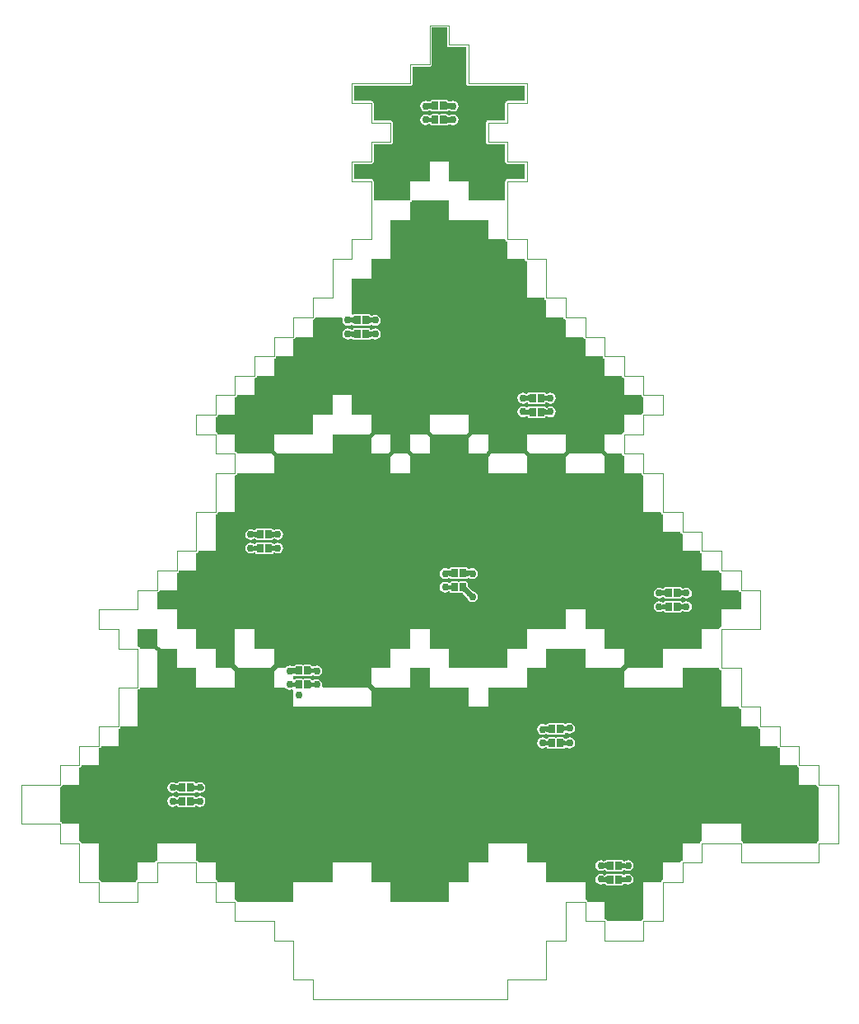
<source format=gbl>
G04 Layer_Physical_Order=2*
G04 Layer_Color=16711680*
%FSLAX24Y24*%
%MOIN*%
G70*
G01*
G75*
%ADD34C,0.0197*%
%ADD41C,0.0150*%
%ADD42C,0.0049*%
%ADD43C,0.0300*%
%ADD44R,0.0256X0.0335*%
%ADD45C,0.0200*%
G36*
X-19585Y27285D02*
X-19587Y27298D01*
X-19593Y27309D01*
X-19603Y27319D01*
X-19617Y27328D01*
X-19635Y27335D01*
X-19656Y27342D01*
X-19682Y27346D01*
X-19703Y27349D01*
X-19717Y27348D01*
X-19722Y27346D01*
X-19726Y27345D01*
X-19729Y27343D01*
X-19729Y27351D01*
X-19745Y27352D01*
X-19782Y27352D01*
Y27549D01*
X-19745Y27550D01*
X-19742Y27550D01*
X-19743Y27553D01*
X-19741Y27552D01*
X-19737Y27551D01*
X-19732Y27551D01*
X-19682Y27555D01*
X-19656Y27560D01*
X-19635Y27566D01*
X-19617Y27574D01*
X-19603Y27582D01*
X-19593Y27592D01*
X-19587Y27604D01*
X-19585Y27617D01*
Y27285D01*
D02*
G37*
G36*
X-15839Y38583D02*
X-15832Y38548D01*
X-15813Y38518D01*
X-15783Y38498D01*
X-15748Y38491D01*
X-15052D01*
Y37008D01*
X-15045Y36973D01*
X-15025Y36943D01*
X-14996Y36923D01*
X-14961Y36917D01*
X-12690D01*
Y36312D01*
X-13386D01*
X-13421Y36305D01*
X-13450Y36285D01*
X-13470Y36255D01*
X-13477Y36220D01*
Y35524D01*
X-14173D01*
X-14208Y35517D01*
X-14238Y35498D01*
X-14258Y35468D01*
X-14265Y35433D01*
Y34646D01*
X-14258Y34611D01*
X-14238Y34581D01*
X-14208Y34561D01*
X-14173Y34554D01*
X-13477D01*
Y33858D01*
X-13470Y33823D01*
X-13450Y33794D01*
X-13421Y33774D01*
X-13386Y33767D01*
X-12690D01*
Y33162D01*
X-13386D01*
X-13421Y33155D01*
X-13450Y33135D01*
X-13470Y33106D01*
X-13477Y33071D01*
Y32283D01*
X-14961D01*
Y33071D01*
X-15748D01*
Y33858D01*
X-16535D01*
Y33071D01*
X-17323D01*
Y32283D01*
X-18806D01*
Y33071D01*
X-18813Y33106D01*
X-18833Y33135D01*
X-18863Y33155D01*
X-18898Y33162D01*
X-19594D01*
Y33767D01*
X-18898D01*
X-18863Y33774D01*
X-18833Y33794D01*
X-18813Y33823D01*
X-18806Y33858D01*
Y34554D01*
X-18110D01*
X-18075Y34561D01*
X-18046Y34581D01*
X-18026Y34611D01*
X-18019Y34646D01*
Y35433D01*
X-18026Y35468D01*
X-18046Y35498D01*
X-18075Y35517D01*
X-18110Y35524D01*
X-18806D01*
Y36220D01*
X-18813Y36255D01*
X-18833Y36285D01*
X-18863Y36305D01*
X-18898Y36312D01*
X-19594D01*
Y36917D01*
X-17323D01*
X-17288Y36923D01*
X-17258Y36943D01*
X-17238Y36973D01*
X-17231Y37008D01*
Y37704D01*
X-16535D01*
X-16500Y37711D01*
X-16471Y37731D01*
X-16451Y37760D01*
X-16444Y37795D01*
Y39279D01*
X-15839D01*
Y38583D01*
D02*
G37*
G36*
X-15748Y31496D02*
X-14173D01*
Y30709D01*
X-13477D01*
X-13470Y30674D01*
X-13450Y30644D01*
X-13421Y30624D01*
X-13386Y30617D01*
Y29921D01*
X-12690D01*
X-12683Y29886D01*
X-12663Y29857D01*
X-12633Y29837D01*
X-12598Y29830D01*
Y28346D01*
X-11902D01*
X-11895Y28311D01*
X-11876Y28282D01*
X-11846Y28262D01*
X-11811Y28255D01*
Y27559D01*
X-11115D01*
X-11108Y27524D01*
X-11088Y27494D01*
X-11059Y27475D01*
X-11024Y27468D01*
Y26772D01*
X-10328D01*
X-10321Y26737D01*
X-10301Y26707D01*
X-10271Y26687D01*
X-10236Y26680D01*
Y25984D01*
X-9540D01*
X-9533Y25949D01*
X-9513Y25920D01*
X-9484Y25900D01*
X-9449Y25893D01*
Y25197D01*
X-8753D01*
X-8746Y25162D01*
X-8726Y25132D01*
X-8696Y25112D01*
X-8661Y25105D01*
Y24409D01*
X-7965D01*
X-7958Y24374D01*
X-7939Y24345D01*
X-7909Y24325D01*
X-7874Y24318D01*
Y23713D01*
X-7909Y23706D01*
X-7939Y23687D01*
X-7958Y23657D01*
X-7965Y23622D01*
X-8661D01*
Y22926D01*
X-8696Y22919D01*
X-8726Y22899D01*
X-8746Y22870D01*
X-8753Y22835D01*
X-9449D01*
Y22047D01*
X-8753D01*
X-8746Y22012D01*
X-8726Y21983D01*
X-8696Y21963D01*
X-8661Y21956D01*
Y21260D01*
X-7965D01*
X-7958Y21225D01*
X-7939Y21195D01*
X-7909Y21175D01*
X-7874Y21168D01*
Y19685D01*
X-7178D01*
X-7171Y19650D01*
X-7151Y19620D01*
X-7122Y19601D01*
X-7087Y19594D01*
Y18898D01*
X-6391D01*
X-6384Y18863D01*
X-6364Y18833D01*
X-6334Y18813D01*
X-6299Y18806D01*
Y18110D01*
X-5603D01*
X-5596Y18075D01*
X-5576Y18046D01*
X-5547Y18026D01*
X-5512Y18019D01*
Y17323D01*
X-4816D01*
X-4809Y17288D01*
X-4789Y17258D01*
X-4759Y17238D01*
X-4724Y17231D01*
Y16535D01*
X-4028D01*
X-4021Y16500D01*
X-4002Y16471D01*
X-3972Y16451D01*
X-3937Y16444D01*
Y15748D01*
X-4724D01*
Y15052D01*
X-4759Y15045D01*
X-4789Y15025D01*
X-4809Y14996D01*
X-4816Y14961D01*
X-5512D01*
Y14173D01*
X-7087D01*
Y13386D01*
X-8661D01*
Y14173D01*
X-9449D01*
Y14961D01*
X-10236D01*
Y15748D01*
X-11024D01*
Y14961D01*
X-12598D01*
Y14173D01*
X-13386D01*
Y13386D01*
X-15748D01*
Y14173D01*
X-16535D01*
Y14961D01*
X-17323D01*
Y14173D01*
X-18110D01*
Y13386D01*
X-18898D01*
Y12598D01*
X-17323D01*
Y13386D01*
X-16535D01*
Y12598D01*
X-14961D01*
Y11811D01*
X-14173D01*
Y12598D01*
X-12598D01*
Y13386D01*
X-11811D01*
Y14173D01*
X-10236D01*
Y13386D01*
X-8661D01*
Y12598D01*
X-6299D01*
Y13386D01*
X-4816D01*
X-4809Y13351D01*
X-4789Y13321D01*
X-4759Y13301D01*
X-4724Y13294D01*
Y12598D01*
Y11811D01*
X-4028D01*
X-4021Y11776D01*
X-4002Y11746D01*
X-3972Y11727D01*
X-3937Y11720D01*
Y11024D01*
X-3241D01*
X-3234Y10989D01*
X-3214Y10959D01*
X-3185Y10939D01*
X-3150Y10932D01*
Y10236D01*
X-2454D01*
X-2447Y10201D01*
X-2427Y10172D01*
X-2397Y10152D01*
X-2362Y10145D01*
Y9449D01*
X-1666D01*
X-1659Y9414D01*
X-1639Y9384D01*
X-1610Y9364D01*
X-1575Y9357D01*
Y8661D01*
X-879D01*
X-872Y8626D01*
X-852Y8597D01*
X-822Y8577D01*
X-787Y8570D01*
Y6391D01*
X-822Y6384D01*
X-852Y6364D01*
X-872Y6334D01*
X-879Y6299D01*
X-3846D01*
X-3853Y6334D01*
X-3872Y6364D01*
X-3902Y6384D01*
X-3937Y6391D01*
Y7087D01*
X-5512D01*
Y6391D01*
X-5547Y6384D01*
X-5576Y6364D01*
X-5596Y6334D01*
X-5603Y6299D01*
X-6299D01*
Y5603D01*
X-6334Y5596D01*
X-6364Y5576D01*
X-6384Y5547D01*
X-6391Y5512D01*
X-7087D01*
Y4816D01*
X-7122Y4809D01*
X-7151Y4789D01*
X-7171Y4759D01*
X-7178Y4724D01*
X-7874D01*
Y3241D01*
X-7909Y3234D01*
X-7939Y3214D01*
X-7958Y3185D01*
X-7965Y3150D01*
X-9357D01*
X-9364Y3185D01*
X-9384Y3214D01*
X-9414Y3234D01*
X-9449Y3241D01*
Y3937D01*
X-10145D01*
X-10152Y3972D01*
X-10172Y4002D01*
X-10201Y4021D01*
X-10236Y4028D01*
Y4724D01*
X-11811D01*
Y5512D01*
X-12598D01*
Y6299D01*
X-14173D01*
Y5512D01*
X-14961D01*
Y4724D01*
X-15748D01*
Y3937D01*
X-18110D01*
Y4724D01*
X-18898D01*
Y5512D01*
X-20472D01*
Y4724D01*
X-22047D01*
Y3937D01*
X-24318D01*
X-24325Y3972D01*
X-24345Y4002D01*
X-24374Y4021D01*
X-24409Y4028D01*
Y4724D01*
X-25105D01*
X-25112Y4759D01*
X-25132Y4789D01*
X-25162Y4809D01*
X-25197Y4816D01*
Y5512D01*
X-25893D01*
X-25900Y5547D01*
X-25920Y5576D01*
X-25949Y5596D01*
X-25984Y5603D01*
Y6299D01*
X-27559D01*
Y5603D01*
X-27594Y5596D01*
X-27624Y5576D01*
X-27643Y5547D01*
X-27650Y5512D01*
X-28346D01*
Y4816D01*
X-28381Y4809D01*
X-28411Y4789D01*
X-28431Y4759D01*
X-28438Y4724D01*
X-29830D01*
X-29837Y4759D01*
X-29857Y4789D01*
X-29886Y4809D01*
X-29921Y4816D01*
Y6299D01*
X-30617D01*
X-30624Y6334D01*
X-30644Y6364D01*
X-30674Y6384D01*
X-30709Y6391D01*
Y7087D01*
X-31405D01*
X-31412Y7122D01*
X-31431Y7151D01*
X-31461Y7171D01*
X-31496Y7178D01*
Y8570D01*
X-31461Y8577D01*
X-31431Y8597D01*
X-31412Y8626D01*
X-31405Y8661D01*
X-30709D01*
Y9357D01*
X-30674Y9364D01*
X-30644Y9384D01*
X-30624Y9414D01*
X-30617Y9449D01*
X-29921D01*
Y10145D01*
X-29886Y10152D01*
X-29857Y10172D01*
X-29837Y10201D01*
X-29830Y10236D01*
X-29134D01*
Y10932D01*
X-29099Y10939D01*
X-29069Y10959D01*
X-29049Y10989D01*
X-29042Y11024D01*
X-28346D01*
Y12507D01*
X-28311Y12514D01*
X-28282Y12534D01*
X-28262Y12563D01*
X-28255Y12598D01*
X-27559D01*
Y14173D01*
X-28255D01*
X-28262Y14208D01*
X-28282Y14238D01*
X-28311Y14258D01*
X-28346Y14265D01*
Y14961D01*
X-27559D01*
Y14173D01*
X-26772D01*
Y13386D01*
X-25984D01*
Y12598D01*
X-24409D01*
Y13386D01*
X-25197D01*
Y14173D01*
X-25984D01*
Y14961D01*
X-26772D01*
Y15748D01*
X-27559D01*
Y16444D01*
X-27524Y16451D01*
X-27494Y16471D01*
X-27475Y16500D01*
X-27468Y16535D01*
X-26772D01*
Y17231D01*
X-26737Y17238D01*
X-26707Y17258D01*
X-26687Y17288D01*
X-26680Y17323D01*
X-25984D01*
Y18019D01*
X-25949Y18026D01*
X-25920Y18046D01*
X-25900Y18075D01*
X-25893Y18110D01*
X-25197D01*
Y19594D01*
X-25162Y19601D01*
X-25132Y19620D01*
X-25112Y19650D01*
X-25105Y19685D01*
X-24409D01*
Y21168D01*
X-24374Y21175D01*
X-24345Y21195D01*
X-24325Y21225D01*
X-24318Y21260D01*
X-22835D01*
Y22047D01*
X-24318D01*
X-24325Y22082D01*
X-24345Y22112D01*
X-24374Y22132D01*
X-24409Y22139D01*
Y22835D01*
X-25105D01*
X-25112Y22870D01*
X-25132Y22899D01*
X-25162Y22919D01*
X-25197Y22926D01*
Y23531D01*
X-25162Y23538D01*
X-25132Y23557D01*
X-25112Y23587D01*
X-25105Y23622D01*
X-24409D01*
Y24318D01*
X-24374Y24325D01*
X-24345Y24345D01*
X-24325Y24374D01*
X-24318Y24409D01*
X-23622D01*
Y25105D01*
X-23587Y25112D01*
X-23557Y25132D01*
X-23538Y25162D01*
X-23531Y25197D01*
X-22835D01*
Y25893D01*
X-22800Y25900D01*
X-22770Y25920D01*
X-22750Y25949D01*
X-22743Y25984D01*
X-22047D01*
Y26680D01*
X-22012Y26687D01*
X-21983Y26707D01*
X-21963Y26737D01*
X-21956Y26772D01*
X-21260D01*
Y27468D01*
X-21225Y27475D01*
X-21195Y27494D01*
X-21175Y27524D01*
X-21168Y27559D01*
X-20078D01*
X-20048Y27509D01*
X-20062Y27441D01*
X-20045Y27357D01*
X-19998Y27286D01*
X-19926Y27238D01*
X-19843Y27222D01*
X-19759Y27238D01*
X-19695Y27281D01*
X-19649Y27266D01*
X-19648Y27258D01*
X-19633Y27237D01*
X-19612Y27222D01*
X-19587Y27217D01*
X-19331D01*
X-19305Y27222D01*
X-19291Y27232D01*
X-19277Y27222D01*
X-19252Y27217D01*
X-18996D01*
X-18971Y27222D01*
X-18949Y27237D01*
X-18935Y27258D01*
X-18933Y27266D01*
X-18887Y27281D01*
X-18824Y27238D01*
X-18740Y27222D01*
X-18656Y27238D01*
X-18585Y27286D01*
X-18538Y27357D01*
X-18521Y27441D01*
X-18538Y27525D01*
X-18585Y27596D01*
X-18656Y27643D01*
X-18740Y27660D01*
X-18824Y27643D01*
X-18862Y27618D01*
X-18867Y27618D01*
X-18891Y27621D01*
X-18911Y27625D01*
X-18926Y27629D01*
X-18932Y27631D01*
X-18935Y27643D01*
X-18949Y27665D01*
X-18971Y27679D01*
X-18996Y27684D01*
X-19252D01*
X-19277Y27679D01*
X-19291Y27670D01*
X-19305Y27679D01*
X-19331Y27684D01*
X-19587D01*
X-19612Y27679D01*
X-19633Y27665D01*
X-19635Y27663D01*
X-19685Y27678D01*
Y29134D01*
X-18898D01*
Y29921D01*
X-18110D01*
Y31496D01*
X-17323D01*
Y32217D01*
X-17297Y32222D01*
X-17276Y32237D01*
X-17262Y32258D01*
X-17257Y32283D01*
X-15748D01*
Y31496D01*
D02*
G37*
G36*
X-18995Y27604D02*
X-18989Y27592D01*
X-18980Y27582D01*
X-18966Y27574D01*
X-18948Y27566D01*
X-18927Y27560D01*
X-18901Y27555D01*
X-18871Y27552D01*
X-18868Y27552D01*
X-18840Y27553D01*
X-18840Y27550D01*
X-18838Y27550D01*
X-18801Y27549D01*
Y27352D01*
X-18838Y27352D01*
X-18853Y27350D01*
X-18854Y27343D01*
X-18856Y27345D01*
X-18860Y27346D01*
X-18866Y27348D01*
X-18872Y27349D01*
X-18901Y27346D01*
X-18927Y27342D01*
X-18948Y27335D01*
X-18966Y27328D01*
X-18980Y27319D01*
X-18989Y27309D01*
X-18995Y27298D01*
X-18997Y27285D01*
Y27617D01*
X-18995Y27604D01*
D02*
G37*
%LPC*%
G36*
X-15846Y36346D02*
X-16102D01*
X-16128Y36341D01*
X-16142Y36331D01*
X-16156Y36341D01*
X-16181Y36346D01*
X-16437D01*
X-16462Y36341D01*
X-16484Y36326D01*
X-16498Y36305D01*
X-16501Y36293D01*
X-16507Y36290D01*
X-16522Y36286D01*
X-16541Y36282D01*
X-16572Y36280D01*
X-16609Y36305D01*
X-16693Y36322D01*
X-16777Y36305D01*
X-16848Y36257D01*
X-16895Y36186D01*
X-16912Y36102D01*
X-16895Y36018D01*
X-16848Y35947D01*
X-16777Y35900D01*
X-16693Y35883D01*
X-16609Y35900D01*
X-16546Y35942D01*
X-16500Y35927D01*
X-16498Y35920D01*
X-16484Y35898D01*
X-16462Y35884D01*
X-16437Y35879D01*
X-16181D01*
X-16156Y35884D01*
X-16142Y35893D01*
X-16128Y35884D01*
X-16102Y35879D01*
X-15846D01*
X-15821Y35884D01*
X-15800Y35898D01*
X-15785Y35920D01*
X-15784Y35927D01*
X-15738Y35942D01*
X-15674Y35900D01*
X-15591Y35883D01*
X-15507Y35900D01*
X-15436Y35947D01*
X-15388Y36018D01*
X-15371Y36102D01*
X-15388Y36186D01*
X-15436Y36257D01*
X-15507Y36305D01*
X-15591Y36322D01*
X-15674Y36305D01*
X-15712Y36280D01*
X-15717Y36279D01*
X-15741Y36282D01*
X-15762Y36286D01*
X-15777Y36290D01*
X-15783Y36293D01*
X-15785Y36305D01*
X-15800Y36326D01*
X-15821Y36341D01*
X-15846Y36346D01*
D02*
G37*
G36*
Y35775D02*
X-16102D01*
X-16128Y35770D01*
X-16142Y35761D01*
X-16156Y35770D01*
X-16181Y35775D01*
X-16437D01*
X-16462Y35770D01*
X-16484Y35756D01*
X-16498Y35734D01*
X-16505Y35729D01*
X-16552Y35715D01*
X-16609Y35754D01*
X-16693Y35770D01*
X-16777Y35754D01*
X-16848Y35706D01*
X-16895Y35635D01*
X-16912Y35551D01*
X-16895Y35467D01*
X-16848Y35396D01*
X-16777Y35349D01*
X-16693Y35332D01*
X-16609Y35349D01*
X-16553Y35386D01*
X-16527Y35380D01*
X-16507Y35369D01*
X-16502Y35365D01*
X-16502Y35365D01*
X-16501Y35365D01*
X-16498Y35349D01*
X-16484Y35327D01*
X-16462Y35313D01*
X-16437Y35308D01*
X-16181D01*
X-16156Y35313D01*
X-16142Y35322D01*
X-16128Y35313D01*
X-16102Y35308D01*
X-15846D01*
X-15821Y35313D01*
X-15800Y35327D01*
X-15785Y35349D01*
X-15783Y35361D01*
X-15777Y35363D01*
X-15762Y35367D01*
X-15742Y35371D01*
X-15712Y35374D01*
X-15674Y35349D01*
X-15591Y35332D01*
X-15507Y35349D01*
X-15436Y35396D01*
X-15388Y35467D01*
X-15371Y35551D01*
X-15388Y35635D01*
X-15436Y35706D01*
X-15507Y35754D01*
X-15591Y35770D01*
X-15674Y35754D01*
X-15738Y35711D01*
X-15784Y35726D01*
X-15785Y35734D01*
X-15800Y35756D01*
X-15821Y35770D01*
X-15846Y35775D01*
D02*
G37*
%LPD*%
G36*
X-16436Y35946D02*
X-16438Y35959D01*
X-16444Y35971D01*
X-16453Y35981D01*
X-16467Y35989D01*
X-16485Y35997D01*
X-16507Y36003D01*
X-16532Y36008D01*
X-16554Y36010D01*
X-16567Y36009D01*
X-16573Y36008D01*
X-16577Y36006D01*
X-16579Y36005D01*
X-16580Y36012D01*
X-16595Y36013D01*
X-16633Y36014D01*
Y36211D01*
X-16595Y36211D01*
X-16593Y36212D01*
X-16593Y36214D01*
X-16591Y36213D01*
X-16588Y36213D01*
X-16583Y36212D01*
X-16532Y36217D01*
X-16507Y36221D01*
X-16485Y36228D01*
X-16467Y36235D01*
X-16453Y36244D01*
X-16444Y36254D01*
X-16438Y36265D01*
X-16436Y36278D01*
Y35946D01*
D02*
G37*
G36*
X-15846Y36265D02*
X-15840Y36254D01*
X-15830Y36244D01*
X-15816Y36235D01*
X-15799Y36228D01*
X-15777Y36221D01*
X-15751Y36217D01*
X-15722Y36213D01*
X-15718Y36213D01*
X-15691Y36214D01*
X-15691Y36211D01*
X-15688Y36211D01*
X-15651Y36211D01*
Y36014D01*
X-15688Y36013D01*
X-15704Y36012D01*
X-15704Y36005D01*
X-15707Y36006D01*
X-15711Y36008D01*
X-15716Y36009D01*
X-15722Y36010D01*
X-15751Y36008D01*
X-15777Y36003D01*
X-15799Y35997D01*
X-15816Y35989D01*
X-15830Y35981D01*
X-15840Y35971D01*
X-15846Y35959D01*
X-15848Y35946D01*
Y36278D01*
X-15846Y36265D01*
D02*
G37*
G36*
X-16435Y35401D02*
X-16436Y35415D01*
X-16441Y35428D01*
X-16448Y35439D01*
X-16459Y35449D01*
X-16472Y35457D01*
X-16489Y35464D01*
X-16509Y35469D01*
X-16526Y35472D01*
X-16531Y35471D01*
X-16543Y35469D01*
X-16554Y35465D01*
X-16563Y35461D01*
X-16572Y35457D01*
X-16579Y35452D01*
X-16586Y35446D01*
Y35656D01*
X-16579Y35650D01*
X-16572Y35645D01*
X-16563Y35641D01*
X-16554Y35637D01*
X-16543Y35634D01*
X-16531Y35631D01*
X-16526Y35630D01*
X-16509Y35633D01*
X-16489Y35638D01*
X-16472Y35645D01*
X-16459Y35653D01*
X-16448Y35663D01*
X-16441Y35674D01*
X-16436Y35687D01*
X-16435Y35701D01*
Y35401D01*
D02*
G37*
G36*
X-15846Y35695D02*
X-15840Y35683D01*
X-15830Y35673D01*
X-15816Y35664D01*
X-15799Y35657D01*
X-15777Y35651D01*
X-15751Y35646D01*
X-15730Y35643D01*
X-15716Y35644D01*
X-15711Y35646D01*
X-15707Y35647D01*
X-15704Y35649D01*
X-15704Y35641D01*
X-15688Y35640D01*
X-15651Y35640D01*
Y35443D01*
X-15688Y35442D01*
X-15691Y35442D01*
X-15691Y35439D01*
X-15692Y35440D01*
X-15696Y35441D01*
X-15701Y35441D01*
X-15751Y35437D01*
X-15777Y35432D01*
X-15799Y35426D01*
X-15816Y35419D01*
X-15830Y35410D01*
X-15840Y35400D01*
X-15846Y35388D01*
X-15848Y35375D01*
Y35707D01*
X-15846Y35695D01*
D02*
G37*
%LPC*%
G36*
X-15059Y17448D02*
X-15315D01*
X-15340Y17443D01*
X-15354Y17434D01*
X-15368Y17443D01*
X-15394Y17448D01*
X-15650D01*
X-15675Y17443D01*
X-15696Y17429D01*
X-15711Y17407D01*
X-15713Y17395D01*
X-15719Y17393D01*
X-15734Y17388D01*
X-15754Y17385D01*
X-15784Y17382D01*
X-15822Y17407D01*
X-15906Y17424D01*
X-15989Y17407D01*
X-16061Y17360D01*
X-16108Y17289D01*
X-16125Y17205D01*
X-16108Y17121D01*
X-16061Y17050D01*
X-15989Y17002D01*
X-15906Y16986D01*
X-15822Y17002D01*
X-15758Y17045D01*
X-15712Y17030D01*
X-15711Y17022D01*
X-15696Y17000D01*
X-15675Y16986D01*
X-15650Y16981D01*
X-15394D01*
X-15368Y16986D01*
X-15354Y16995D01*
X-15340Y16986D01*
X-15315Y16981D01*
X-15059D01*
X-15034Y16986D01*
X-15012Y17000D01*
X-14998Y17022D01*
X-14996Y17030D01*
X-14950Y17045D01*
X-14887Y17002D01*
X-14803Y16986D01*
X-14719Y17002D01*
X-14648Y17050D01*
X-14601Y17121D01*
X-14584Y17205D01*
X-14601Y17289D01*
X-14648Y17360D01*
X-14719Y17407D01*
X-14803Y17424D01*
X-14887Y17407D01*
X-14925Y17382D01*
X-14930Y17382D01*
X-14954Y17385D01*
X-14974Y17388D01*
X-14989Y17393D01*
X-14995Y17395D01*
X-14998Y17407D01*
X-15012Y17429D01*
X-15034Y17443D01*
X-15059Y17448D01*
D02*
G37*
G36*
X-22933Y18452D02*
X-23189D01*
X-23214Y18447D01*
X-23228Y18438D01*
X-23242Y18447D01*
X-23268Y18452D01*
X-23524D01*
X-23549Y18447D01*
X-23570Y18433D01*
X-23585Y18411D01*
X-23592Y18406D01*
X-23638Y18393D01*
X-23696Y18431D01*
X-23780Y18448D01*
X-23863Y18431D01*
X-23935Y18383D01*
X-23982Y18312D01*
X-23999Y18228D01*
X-23982Y18144D01*
X-23935Y18073D01*
X-23863Y18026D01*
X-23780Y18009D01*
X-23696Y18026D01*
X-23640Y18063D01*
X-23613Y18057D01*
X-23593Y18047D01*
X-23588Y18042D01*
X-23588Y18042D01*
X-23588Y18042D01*
X-23585Y18026D01*
X-23570Y18004D01*
X-23549Y17990D01*
X-23524Y17985D01*
X-23268D01*
X-23242Y17990D01*
X-23228Y17999D01*
X-23214Y17990D01*
X-23189Y17985D01*
X-22933D01*
X-22908Y17990D01*
X-22886Y18004D01*
X-22872Y18026D01*
X-22869Y18042D01*
X-22868Y18042D01*
X-22868Y18042D01*
X-22863Y18047D01*
X-22843Y18057D01*
X-22817Y18063D01*
X-22761Y18026D01*
X-22677Y18009D01*
X-22593Y18026D01*
X-22522Y18073D01*
X-22475Y18144D01*
X-22458Y18228D01*
X-22475Y18312D01*
X-22522Y18383D01*
X-22593Y18431D01*
X-22677Y18448D01*
X-22761Y18431D01*
X-22818Y18393D01*
X-22865Y18406D01*
X-22872Y18411D01*
X-22886Y18433D01*
X-22908Y18447D01*
X-22933Y18452D01*
D02*
G37*
G36*
X-6398Y16661D02*
X-6654D01*
X-6679Y16656D01*
X-6693Y16646D01*
X-6707Y16656D01*
X-6732Y16661D01*
X-6988D01*
X-7014Y16656D01*
X-7035Y16641D01*
X-7049Y16620D01*
X-7052Y16608D01*
X-7058Y16605D01*
X-7073Y16601D01*
X-7092Y16597D01*
X-7123Y16595D01*
X-7160Y16620D01*
X-7244Y16637D01*
X-7328Y16620D01*
X-7399Y16572D01*
X-7447Y16501D01*
X-7463Y16417D01*
X-7447Y16333D01*
X-7399Y16262D01*
X-7328Y16215D01*
X-7244Y16198D01*
X-7160Y16215D01*
X-7097Y16257D01*
X-7051Y16242D01*
X-7049Y16234D01*
X-7035Y16213D01*
X-7014Y16199D01*
X-6988Y16194D01*
X-6732D01*
X-6707Y16199D01*
X-6693Y16208D01*
X-6679Y16199D01*
X-6654Y16194D01*
X-6398D01*
X-6372Y16199D01*
X-6351Y16213D01*
X-6336Y16234D01*
X-6335Y16242D01*
X-6289Y16257D01*
X-6226Y16215D01*
X-6142Y16198D01*
X-6058Y16215D01*
X-5987Y16262D01*
X-5939Y16333D01*
X-5923Y16417D01*
X-5939Y16501D01*
X-5987Y16572D01*
X-6058Y16620D01*
X-6142Y16637D01*
X-6226Y16620D01*
X-6263Y16595D01*
X-6268Y16594D01*
X-6293Y16597D01*
X-6313Y16601D01*
X-6328Y16605D01*
X-6334Y16608D01*
X-6336Y16620D01*
X-6351Y16641D01*
X-6372Y16656D01*
X-6398Y16661D01*
D02*
G37*
G36*
X-15059Y16877D02*
X-15315D01*
X-15340Y16872D01*
X-15354Y16863D01*
X-15368Y16872D01*
X-15394Y16877D01*
X-15650D01*
X-15675Y16872D01*
X-15696Y16858D01*
X-15711Y16836D01*
X-15718Y16831D01*
X-15764Y16818D01*
X-15822Y16856D01*
X-15906Y16873D01*
X-15989Y16856D01*
X-16061Y16809D01*
X-16108Y16737D01*
X-16125Y16654D01*
X-16108Y16570D01*
X-16061Y16499D01*
X-15989Y16451D01*
X-15906Y16434D01*
X-15822Y16451D01*
X-15766Y16488D01*
X-15735Y16481D01*
X-15732Y16479D01*
X-15721Y16470D01*
X-15713Y16462D01*
X-15711Y16451D01*
X-15696Y16430D01*
X-15675Y16415D01*
X-15650Y16410D01*
X-15394D01*
X-15368Y16415D01*
X-15354Y16425D01*
X-15340Y16415D01*
X-15315Y16410D01*
X-15206D01*
X-15179Y16391D01*
X-15117Y16338D01*
X-15018Y16239D01*
X-15006Y16176D01*
X-14958Y16105D01*
X-14887Y16057D01*
X-14803Y16041D01*
X-14719Y16057D01*
X-14648Y16105D01*
X-14601Y16176D01*
X-14584Y16260D01*
X-14601Y16344D01*
X-14648Y16415D01*
X-14719Y16462D01*
X-14781Y16475D01*
X-14795Y16487D01*
X-14921Y16613D01*
X-14940Y16635D01*
X-14964Y16665D01*
X-14983Y16693D01*
X-14993Y16709D01*
Y16811D01*
X-14998Y16836D01*
X-15012Y16858D01*
X-15034Y16872D01*
X-15059Y16877D01*
D02*
G37*
G36*
X-14961Y23622D02*
X-16535D01*
Y22835D01*
X-14961D01*
Y22047D01*
X-14173D01*
Y21260D01*
X-12598D01*
Y22047D01*
X-14173D01*
Y22835D01*
X-14961D01*
Y23622D01*
D02*
G37*
G36*
X-11024Y22835D02*
X-12598D01*
Y22047D01*
X-11024D01*
Y21260D01*
X-9449D01*
Y22047D01*
X-11024D01*
Y22835D01*
D02*
G37*
G36*
X-22933Y19023D02*
X-23189D01*
X-23214Y19018D01*
X-23228Y19009D01*
X-23242Y19018D01*
X-23268Y19023D01*
X-23524D01*
X-23549Y19018D01*
X-23570Y19004D01*
X-23585Y18982D01*
X-23589Y18963D01*
X-23596Y18959D01*
X-23610Y18954D01*
X-23629Y18951D01*
X-23646Y18949D01*
X-23696Y18982D01*
X-23780Y18999D01*
X-23863Y18982D01*
X-23935Y18935D01*
X-23982Y18863D01*
X-23999Y18780D01*
X-23982Y18696D01*
X-23935Y18625D01*
X-23863Y18577D01*
X-23780Y18560D01*
X-23696Y18577D01*
X-23644Y18612D01*
X-23627Y18610D01*
X-23606Y18607D01*
X-23591Y18603D01*
X-23586Y18601D01*
X-23585Y18597D01*
X-23570Y18575D01*
X-23549Y18561D01*
X-23524Y18556D01*
X-23268D01*
X-23242Y18561D01*
X-23228Y18570D01*
X-23214Y18561D01*
X-23189Y18556D01*
X-22933D01*
X-22908Y18561D01*
X-22886Y18575D01*
X-22872Y18597D01*
X-22871Y18601D01*
X-22866Y18603D01*
X-22851Y18607D01*
X-22830Y18610D01*
X-22812Y18611D01*
X-22761Y18577D01*
X-22677Y18560D01*
X-22593Y18577D01*
X-22522Y18625D01*
X-22475Y18696D01*
X-22458Y18780D01*
X-22475Y18863D01*
X-22522Y18935D01*
X-22593Y18982D01*
X-22677Y18999D01*
X-22761Y18982D01*
X-22812Y18948D01*
X-22827Y18950D01*
X-22846Y18954D01*
X-22861Y18959D01*
X-22868Y18963D01*
X-22872Y18982D01*
X-22886Y19004D01*
X-22908Y19018D01*
X-22933Y19023D01*
D02*
G37*
G36*
X-19685Y24409D02*
X-20472D01*
Y23622D01*
X-21260D01*
Y22835D01*
X-22835D01*
Y22047D01*
X-20472D01*
Y22835D01*
X-18898D01*
Y22047D01*
X-18110D01*
Y21260D01*
X-17323D01*
Y22047D01*
X-18110D01*
Y22835D01*
X-18898D01*
Y23622D01*
X-19685D01*
Y24409D01*
D02*
G37*
G36*
X-26083Y8787D02*
X-26339D01*
X-26364Y8782D01*
X-26378Y8772D01*
X-26392Y8782D01*
X-26417Y8787D01*
X-26673D01*
X-26699Y8782D01*
X-26720Y8767D01*
X-26734Y8746D01*
X-26737Y8734D01*
X-26743Y8731D01*
X-26758Y8727D01*
X-26777Y8723D01*
X-26808Y8721D01*
X-26845Y8746D01*
X-26929Y8763D01*
X-27013Y8746D01*
X-27084Y8698D01*
X-27132Y8627D01*
X-27148Y8543D01*
X-27132Y8459D01*
X-27084Y8388D01*
X-27013Y8341D01*
X-26929Y8324D01*
X-26845Y8341D01*
X-26782Y8383D01*
X-26736Y8368D01*
X-26734Y8360D01*
X-26720Y8339D01*
X-26699Y8325D01*
X-26673Y8320D01*
X-26417D01*
X-26392Y8325D01*
X-26378Y8334D01*
X-26364Y8325D01*
X-26339Y8320D01*
X-26083D01*
X-26057Y8325D01*
X-26036Y8339D01*
X-26021Y8360D01*
X-26014Y8366D01*
X-25968Y8379D01*
X-25911Y8341D01*
X-25827Y8324D01*
X-25743Y8341D01*
X-25672Y8388D01*
X-25624Y8459D01*
X-25608Y8543D01*
X-25624Y8627D01*
X-25672Y8698D01*
X-25743Y8746D01*
X-25827Y8763D01*
X-25911Y8746D01*
X-25966Y8709D01*
X-25993Y8715D01*
X-26013Y8725D01*
X-26018Y8729D01*
X-26018Y8729D01*
X-26018Y8730D01*
X-26021Y8746D01*
X-26036Y8767D01*
X-26057Y8782D01*
X-26083Y8787D01*
D02*
G37*
G36*
Y8216D02*
X-26339D01*
X-26364Y8211D01*
X-26378Y8201D01*
X-26392Y8211D01*
X-26417Y8216D01*
X-26673D01*
X-26699Y8211D01*
X-26720Y8196D01*
X-26734Y8175D01*
X-26742Y8170D01*
X-26788Y8156D01*
X-26845Y8195D01*
X-26929Y8211D01*
X-27013Y8195D01*
X-27084Y8147D01*
X-27132Y8076D01*
X-27148Y7992D01*
X-27132Y7908D01*
X-27084Y7837D01*
X-27013Y7790D01*
X-26929Y7773D01*
X-26845Y7790D01*
X-26790Y7827D01*
X-26758Y7819D01*
X-26755Y7818D01*
X-26744Y7809D01*
X-26737Y7801D01*
X-26734Y7790D01*
X-26720Y7768D01*
X-26699Y7754D01*
X-26673Y7749D01*
X-26417D01*
X-26392Y7754D01*
X-26378Y7763D01*
X-26364Y7754D01*
X-26339Y7749D01*
X-26083D01*
X-26057Y7754D01*
X-26036Y7768D01*
X-26021Y7790D01*
X-26018Y7806D01*
X-26018Y7806D01*
X-26018Y7806D01*
X-26013Y7810D01*
X-25993Y7821D01*
X-25966Y7827D01*
X-25911Y7790D01*
X-25827Y7773D01*
X-25743Y7790D01*
X-25672Y7837D01*
X-25624Y7908D01*
X-25608Y7992D01*
X-25624Y8076D01*
X-25672Y8147D01*
X-25743Y8195D01*
X-25827Y8211D01*
X-25911Y8195D01*
X-25968Y8156D01*
X-26014Y8170D01*
X-26021Y8175D01*
X-26036Y8196D01*
X-26057Y8211D01*
X-26083Y8216D01*
D02*
G37*
G36*
X-11122Y10578D02*
X-11378D01*
X-11403Y10573D01*
X-11417Y10564D01*
X-11431Y10573D01*
X-11457Y10578D01*
X-11713D01*
X-11738Y10573D01*
X-11759Y10559D01*
X-11774Y10537D01*
X-11781Y10532D01*
X-11827Y10519D01*
X-11885Y10557D01*
X-11968Y10574D01*
X-12052Y10557D01*
X-12124Y10509D01*
X-12171Y10438D01*
X-12188Y10354D01*
X-12171Y10270D01*
X-12124Y10199D01*
X-12052Y10152D01*
X-11968Y10135D01*
X-11885Y10152D01*
X-11829Y10189D01*
X-11802Y10183D01*
X-11782Y10172D01*
X-11777Y10168D01*
X-11777Y10168D01*
X-11777Y10168D01*
X-11774Y10152D01*
X-11759Y10130D01*
X-11738Y10116D01*
X-11713Y10111D01*
X-11457D01*
X-11431Y10116D01*
X-11417Y10125D01*
X-11403Y10116D01*
X-11378Y10111D01*
X-11122D01*
X-11097Y10116D01*
X-11075Y10130D01*
X-11061Y10152D01*
X-11058Y10168D01*
X-11057Y10168D01*
X-11057Y10168D01*
X-11052Y10172D01*
X-11032Y10183D01*
X-11006Y10189D01*
X-10950Y10152D01*
X-10866Y10135D01*
X-10782Y10152D01*
X-10711Y10199D01*
X-10664Y10270D01*
X-10647Y10354D01*
X-10664Y10438D01*
X-10711Y10509D01*
X-10782Y10557D01*
X-10866Y10574D01*
X-10950Y10557D01*
X-11007Y10519D01*
X-11054Y10532D01*
X-11061Y10537D01*
X-11075Y10559D01*
X-11097Y10573D01*
X-11122Y10578D01*
D02*
G37*
G36*
X-10866Y11164D02*
X-10950Y11147D01*
X-11010Y11108D01*
X-11042Y11108D01*
X-11067Y11118D01*
X-11075Y11130D01*
X-11097Y11144D01*
X-11122Y11149D01*
X-11378D01*
X-11403Y11144D01*
X-11417Y11135D01*
X-11431Y11144D01*
X-11457Y11149D01*
X-11713D01*
X-11738Y11144D01*
X-11759Y11130D01*
X-11774Y11108D01*
X-11776Y11096D01*
X-11782Y11093D01*
X-11797Y11089D01*
X-11817Y11086D01*
X-11847Y11083D01*
X-11885Y11108D01*
X-11968Y11125D01*
X-12052Y11108D01*
X-12124Y11061D01*
X-12171Y10989D01*
X-12188Y10906D01*
X-12171Y10822D01*
X-12124Y10751D01*
X-12052Y10703D01*
X-11968Y10686D01*
X-11885Y10703D01*
X-11821Y10745D01*
X-11775Y10730D01*
X-11774Y10723D01*
X-11759Y10701D01*
X-11738Y10687D01*
X-11713Y10682D01*
X-11457D01*
X-11431Y10687D01*
X-11417Y10696D01*
X-11403Y10687D01*
X-11378Y10682D01*
X-11122D01*
X-11097Y10687D01*
X-11075Y10701D01*
X-11061Y10723D01*
X-11056Y10748D01*
Y10757D01*
X-11055Y10758D01*
X-11054Y10759D01*
X-11006Y10780D01*
X-10950Y10742D01*
X-10866Y10726D01*
X-10782Y10742D01*
X-10711Y10790D01*
X-10664Y10861D01*
X-10647Y10945D01*
X-10664Y11029D01*
X-10711Y11100D01*
X-10782Y11147D01*
X-10866Y11164D01*
D02*
G37*
G36*
X-23622Y14961D02*
X-24409D01*
Y13386D01*
X-22835D01*
Y12598D01*
X-22384D01*
X-22360Y12562D01*
X-22289Y12514D01*
X-22205Y12497D01*
X-22121Y12514D01*
X-22097Y12530D01*
X-22047Y12503D01*
Y11811D01*
X-18898D01*
Y12598D01*
X-20867Y12598D01*
X-20897Y12648D01*
X-20883Y12717D01*
X-20900Y12800D01*
X-20947Y12872D01*
X-21018Y12919D01*
X-21102Y12936D01*
X-21186Y12919D01*
X-21244Y12881D01*
X-21290Y12894D01*
X-21297Y12899D01*
X-21311Y12921D01*
X-21333Y12935D01*
X-21358Y12940D01*
X-21614D01*
X-21640Y12935D01*
X-21654Y12926D01*
X-21668Y12935D01*
X-21693Y12940D01*
X-21949D01*
X-21974Y12935D01*
X-21996Y12921D01*
X-21997Y12919D01*
X-22047Y12934D01*
Y13051D01*
X-21997Y13066D01*
X-21996Y13063D01*
X-21974Y13049D01*
X-21949Y13044D01*
X-21693D01*
X-21668Y13049D01*
X-21654Y13058D01*
X-21640Y13049D01*
X-21614Y13044D01*
X-21358D01*
X-21333Y13049D01*
X-21311Y13063D01*
X-21297Y13085D01*
X-21290Y13090D01*
X-21244Y13103D01*
X-21186Y13065D01*
X-21102Y13049D01*
X-21018Y13065D01*
X-20947Y13113D01*
X-20900Y13184D01*
X-20883Y13268D01*
X-20900Y13352D01*
X-20947Y13423D01*
X-21018Y13470D01*
X-21102Y13487D01*
X-21186Y13470D01*
X-21242Y13433D01*
X-21273Y13440D01*
X-21276Y13442D01*
X-21287Y13451D01*
X-21295Y13459D01*
X-21297Y13470D01*
X-21311Y13492D01*
X-21333Y13506D01*
X-21358Y13511D01*
X-21614D01*
X-21640Y13506D01*
X-21654Y13497D01*
X-21668Y13506D01*
X-21693Y13511D01*
X-21949D01*
X-21974Y13506D01*
X-21996Y13492D01*
X-22010Y13470D01*
X-22012Y13458D01*
X-22019Y13456D01*
X-22033Y13451D01*
X-22053Y13448D01*
X-22083Y13445D01*
X-22121Y13470D01*
X-22205Y13487D01*
X-22289Y13470D01*
X-22360Y13423D01*
X-22384Y13386D01*
X-22835D01*
Y14173D01*
X-23622D01*
Y14961D01*
D02*
G37*
G36*
X-6398Y16090D02*
X-6654D01*
X-6679Y16085D01*
X-6693Y16075D01*
X-6707Y16085D01*
X-6732Y16090D01*
X-6988D01*
X-7014Y16085D01*
X-7035Y16070D01*
X-7049Y16049D01*
X-7057Y16044D01*
X-7103Y16030D01*
X-7160Y16069D01*
X-7244Y16085D01*
X-7328Y16069D01*
X-7399Y16021D01*
X-7447Y15950D01*
X-7463Y15866D01*
X-7447Y15782D01*
X-7399Y15711D01*
X-7328Y15664D01*
X-7244Y15647D01*
X-7160Y15664D01*
X-7104Y15701D01*
X-7078Y15695D01*
X-7058Y15684D01*
X-7053Y15680D01*
X-7053Y15680D01*
X-7053Y15680D01*
X-7049Y15664D01*
X-7035Y15642D01*
X-7014Y15628D01*
X-6988Y15623D01*
X-6732D01*
X-6707Y15628D01*
X-6693Y15637D01*
X-6679Y15628D01*
X-6654Y15623D01*
X-6398D01*
X-6372Y15628D01*
X-6351Y15642D01*
X-6336Y15664D01*
X-6334Y15676D01*
X-6328Y15678D01*
X-6313Y15682D01*
X-6294Y15686D01*
X-6263Y15689D01*
X-6226Y15664D01*
X-6142Y15647D01*
X-6058Y15664D01*
X-5987Y15711D01*
X-5939Y15782D01*
X-5923Y15866D01*
X-5939Y15950D01*
X-5987Y16021D01*
X-6058Y16069D01*
X-6142Y16085D01*
X-6226Y16069D01*
X-6289Y16026D01*
X-6335Y16041D01*
X-6336Y16049D01*
X-6351Y16070D01*
X-6372Y16085D01*
X-6398Y16090D01*
D02*
G37*
G36*
X-8760Y5637D02*
X-9016D01*
X-9041Y5632D01*
X-9055Y5623D01*
X-9069Y5632D01*
X-9094Y5637D01*
X-9350D01*
X-9376Y5632D01*
X-9397Y5618D01*
X-9412Y5596D01*
X-9414Y5584D01*
X-9420Y5582D01*
X-9435Y5577D01*
X-9454Y5574D01*
X-9485Y5571D01*
X-9522Y5596D01*
X-9606Y5613D01*
X-9690Y5596D01*
X-9761Y5549D01*
X-9809Y5478D01*
X-9826Y5394D01*
X-9809Y5310D01*
X-9761Y5239D01*
X-9690Y5191D01*
X-9606Y5174D01*
X-9522Y5191D01*
X-9459Y5234D01*
X-9413Y5219D01*
X-9412Y5211D01*
X-9397Y5189D01*
X-9376Y5175D01*
X-9350Y5170D01*
X-9094D01*
X-9069Y5175D01*
X-9055Y5184D01*
X-9041Y5175D01*
X-9016Y5170D01*
X-8760D01*
X-8734Y5175D01*
X-8713Y5189D01*
X-8699Y5211D01*
X-8691Y5216D01*
X-8645Y5229D01*
X-8588Y5191D01*
X-8504Y5174D01*
X-8420Y5191D01*
X-8349Y5239D01*
X-8301Y5310D01*
X-8285Y5394D01*
X-8301Y5478D01*
X-8349Y5549D01*
X-8420Y5596D01*
X-8504Y5613D01*
X-8588Y5596D01*
X-8644Y5559D01*
X-8670Y5565D01*
X-8690Y5576D01*
X-8695Y5580D01*
X-8695Y5580D01*
X-8695Y5580D01*
X-8699Y5596D01*
X-8713Y5618D01*
X-8734Y5632D01*
X-8760Y5637D01*
D02*
G37*
G36*
Y5066D02*
X-9016D01*
X-9041Y5061D01*
X-9055Y5052D01*
X-9069Y5061D01*
X-9094Y5066D01*
X-9350D01*
X-9376Y5061D01*
X-9397Y5047D01*
X-9412Y5025D01*
X-9413Y5017D01*
X-9459Y5003D01*
X-9522Y5045D01*
X-9606Y5062D01*
X-9690Y5045D01*
X-9761Y4998D01*
X-9809Y4926D01*
X-9826Y4843D01*
X-9809Y4759D01*
X-9761Y4688D01*
X-9690Y4640D01*
X-9606Y4623D01*
X-9522Y4640D01*
X-9485Y4665D01*
X-9480Y4665D01*
X-9455Y4663D01*
X-9435Y4659D01*
X-9420Y4655D01*
X-9414Y4652D01*
X-9412Y4640D01*
X-9397Y4618D01*
X-9376Y4604D01*
X-9350Y4599D01*
X-9094D01*
X-9069Y4604D01*
X-9055Y4613D01*
X-9041Y4604D01*
X-9016Y4599D01*
X-8760D01*
X-8734Y4604D01*
X-8713Y4618D01*
X-8699Y4640D01*
X-8696Y4651D01*
X-8689Y4659D01*
X-8678Y4668D01*
X-8675Y4670D01*
X-8644Y4677D01*
X-8588Y4640D01*
X-8504Y4623D01*
X-8420Y4640D01*
X-8349Y4688D01*
X-8301Y4759D01*
X-8285Y4843D01*
X-8301Y4926D01*
X-8349Y4998D01*
X-8420Y5045D01*
X-8504Y5062D01*
X-8588Y5045D01*
X-8645Y5007D01*
X-8691Y5020D01*
X-8699Y5025D01*
X-8713Y5047D01*
X-8734Y5061D01*
X-8760Y5066D01*
D02*
G37*
G36*
X-11909Y23964D02*
X-12165D01*
X-12191Y23959D01*
X-12205Y23950D01*
X-12219Y23959D01*
X-12244Y23964D01*
X-12500D01*
X-12525Y23959D01*
X-12547Y23944D01*
X-12561Y23923D01*
X-12568Y23918D01*
X-12615Y23904D01*
X-12672Y23943D01*
X-12756Y23959D01*
X-12840Y23943D01*
X-12911Y23895D01*
X-12958Y23824D01*
X-12975Y23740D01*
X-12958Y23656D01*
X-12911Y23585D01*
X-12840Y23538D01*
X-12756Y23521D01*
X-12672Y23538D01*
X-12616Y23575D01*
X-12585Y23567D01*
X-12582Y23566D01*
X-12571Y23557D01*
X-12564Y23549D01*
X-12561Y23538D01*
X-12547Y23516D01*
X-12525Y23502D01*
X-12500Y23497D01*
X-12244D01*
X-12219Y23502D01*
X-12205Y23511D01*
X-12191Y23502D01*
X-12165Y23497D01*
X-11909D01*
X-11884Y23502D01*
X-11863Y23516D01*
X-11848Y23538D01*
X-11846Y23550D01*
X-11840Y23552D01*
X-11825Y23556D01*
X-11805Y23560D01*
X-11775Y23563D01*
X-11737Y23538D01*
X-11654Y23521D01*
X-11570Y23538D01*
X-11499Y23585D01*
X-11451Y23656D01*
X-11434Y23740D01*
X-11451Y23824D01*
X-11499Y23895D01*
X-11570Y23943D01*
X-11654Y23959D01*
X-11737Y23943D01*
X-11801Y23900D01*
X-11847Y23915D01*
X-11848Y23923D01*
X-11863Y23944D01*
X-11884Y23959D01*
X-11909Y23964D01*
D02*
G37*
G36*
Y24535D02*
X-12165D01*
X-12191Y24530D01*
X-12205Y24520D01*
X-12219Y24530D01*
X-12244Y24535D01*
X-12500D01*
X-12525Y24530D01*
X-12547Y24515D01*
X-12561Y24494D01*
X-12564Y24482D01*
X-12570Y24479D01*
X-12585Y24475D01*
X-12604Y24471D01*
X-12635Y24469D01*
X-12672Y24494D01*
X-12756Y24511D01*
X-12840Y24494D01*
X-12911Y24446D01*
X-12958Y24375D01*
X-12975Y24291D01*
X-12958Y24207D01*
X-12911Y24136D01*
X-12840Y24089D01*
X-12756Y24072D01*
X-12672Y24089D01*
X-12609Y24131D01*
X-12563Y24116D01*
X-12561Y24109D01*
X-12547Y24087D01*
X-12525Y24073D01*
X-12500Y24068D01*
X-12244D01*
X-12219Y24073D01*
X-12205Y24082D01*
X-12191Y24073D01*
X-12165Y24068D01*
X-11909D01*
X-11884Y24073D01*
X-11863Y24087D01*
X-11848Y24108D01*
X-11841Y24114D01*
X-11795Y24127D01*
X-11737Y24089D01*
X-11654Y24072D01*
X-11570Y24089D01*
X-11499Y24136D01*
X-11451Y24207D01*
X-11434Y24291D01*
X-11451Y24375D01*
X-11499Y24446D01*
X-11570Y24494D01*
X-11654Y24511D01*
X-11737Y24494D01*
X-11793Y24457D01*
X-11824Y24464D01*
X-11827Y24466D01*
X-11839Y24475D01*
X-11846Y24482D01*
X-11848Y24494D01*
X-11863Y24515D01*
X-11884Y24530D01*
X-11909Y24535D01*
D02*
G37*
G36*
X-16535Y22835D02*
X-17323D01*
Y22047D01*
X-16535D01*
Y22835D01*
D02*
G37*
G36*
X-18996Y27114D02*
X-19252D01*
X-19277Y27108D01*
X-19291Y27099D01*
X-19305Y27108D01*
X-19331Y27114D01*
X-19587D01*
X-19612Y27108D01*
X-19633Y27094D01*
X-19648Y27073D01*
X-19649Y27065D01*
X-19695Y27050D01*
X-19759Y27092D01*
X-19843Y27109D01*
X-19926Y27092D01*
X-19998Y27045D01*
X-20045Y26974D01*
X-20062Y26890D01*
X-20045Y26806D01*
X-19998Y26735D01*
X-19926Y26687D01*
X-19843Y26671D01*
X-19759Y26687D01*
X-19721Y26712D01*
X-19716Y26713D01*
X-19692Y26710D01*
X-19671Y26706D01*
X-19656Y26702D01*
X-19650Y26699D01*
X-19648Y26687D01*
X-19633Y26666D01*
X-19612Y26651D01*
X-19587Y26646D01*
X-19331D01*
X-19305Y26651D01*
X-19291Y26661D01*
X-19277Y26651D01*
X-19252Y26646D01*
X-18996D01*
X-18971Y26651D01*
X-18949Y26666D01*
X-18935Y26687D01*
X-18932Y26699D01*
X-18926Y26702D01*
X-18911Y26706D01*
X-18892Y26710D01*
X-18862Y26712D01*
X-18824Y26687D01*
X-18740Y26671D01*
X-18656Y26687D01*
X-18585Y26735D01*
X-18538Y26806D01*
X-18521Y26890D01*
X-18538Y26974D01*
X-18585Y27045D01*
X-18656Y27092D01*
X-18740Y27109D01*
X-18824Y27092D01*
X-18887Y27050D01*
X-18933Y27065D01*
X-18935Y27073D01*
X-18949Y27094D01*
X-18971Y27108D01*
X-18996Y27114D01*
D02*
G37*
%LPD*%
G36*
X-15058Y17368D02*
X-15052Y17356D01*
X-15043Y17346D01*
X-15029Y17337D01*
X-15011Y17330D01*
X-14989Y17324D01*
X-14964Y17319D01*
X-14934Y17316D01*
X-14931Y17315D01*
X-14903Y17317D01*
X-14903Y17314D01*
X-14901Y17314D01*
X-14864Y17313D01*
Y17116D01*
X-14901Y17115D01*
X-14916Y17114D01*
X-14917Y17107D01*
X-14919Y17109D01*
X-14923Y17110D01*
X-14929Y17112D01*
X-14935Y17113D01*
X-14964Y17110D01*
X-14989Y17105D01*
X-15011Y17099D01*
X-15029Y17092D01*
X-15043Y17083D01*
X-15052Y17073D01*
X-15058Y17061D01*
X-15060Y17049D01*
Y17381D01*
X-15058Y17368D01*
D02*
G37*
G36*
X-15648Y17049D02*
X-15650Y17061D01*
X-15656Y17073D01*
X-15666Y17083D01*
X-15680Y17092D01*
X-15698Y17099D01*
X-15719Y17105D01*
X-15745Y17110D01*
X-15766Y17113D01*
X-15780Y17112D01*
X-15785Y17110D01*
X-15789Y17109D01*
X-15792Y17107D01*
X-15792Y17115D01*
X-15808Y17115D01*
X-15845Y17116D01*
Y17313D01*
X-15808Y17314D01*
X-15805Y17314D01*
X-15806Y17317D01*
X-15804Y17316D01*
X-15800Y17315D01*
X-15795Y17315D01*
X-15745Y17319D01*
X-15719Y17324D01*
X-15698Y17330D01*
X-15680Y17337D01*
X-15666Y17346D01*
X-15656Y17356D01*
X-15650Y17368D01*
X-15648Y17381D01*
Y17049D01*
D02*
G37*
G36*
X-22934Y18364D02*
X-22930Y18351D01*
X-22922Y18340D01*
X-22911Y18330D01*
X-22898Y18322D01*
X-22881Y18315D01*
X-22861Y18310D01*
X-22844Y18307D01*
X-22839Y18308D01*
X-22827Y18311D01*
X-22816Y18314D01*
X-22807Y18318D01*
X-22798Y18323D01*
X-22791Y18328D01*
X-22784Y18333D01*
Y18123D01*
X-22791Y18129D01*
X-22798Y18134D01*
X-22807Y18139D01*
X-22816Y18143D01*
X-22827Y18146D01*
X-22839Y18149D01*
X-22844Y18149D01*
X-22861Y18147D01*
X-22881Y18141D01*
X-22898Y18135D01*
X-22911Y18126D01*
X-22922Y18117D01*
X-22930Y18105D01*
X-22934Y18093D01*
X-22936Y18078D01*
Y18378D01*
X-22934Y18364D01*
D02*
G37*
G36*
X-23521Y18078D02*
X-23523Y18093D01*
X-23527Y18105D01*
X-23535Y18117D01*
X-23545Y18126D01*
X-23559Y18135D01*
X-23576Y18141D01*
X-23595Y18147D01*
X-23612Y18149D01*
X-23618Y18149D01*
X-23630Y18146D01*
X-23640Y18143D01*
X-23650Y18139D01*
X-23658Y18134D01*
X-23666Y18129D01*
X-23672Y18123D01*
Y18333D01*
X-23666Y18328D01*
X-23658Y18323D01*
X-23650Y18318D01*
X-23640Y18314D01*
X-23630Y18311D01*
X-23618Y18308D01*
X-23612Y18307D01*
X-23595Y18310D01*
X-23576Y18315D01*
X-23559Y18322D01*
X-23545Y18330D01*
X-23535Y18340D01*
X-23527Y18351D01*
X-23523Y18364D01*
X-23521Y18378D01*
Y18078D01*
D02*
G37*
G36*
X-6987Y16261D02*
X-6989Y16274D01*
X-6995Y16285D01*
X-7005Y16296D01*
X-7018Y16304D01*
X-7036Y16312D01*
X-7058Y16318D01*
X-7083Y16323D01*
X-7105Y16325D01*
X-7118Y16324D01*
X-7124Y16323D01*
X-7128Y16321D01*
X-7130Y16320D01*
X-7131Y16327D01*
X-7146Y16328D01*
X-7184Y16329D01*
Y16526D01*
X-7146Y16526D01*
X-7144Y16526D01*
X-7144Y16529D01*
X-7142Y16528D01*
X-7139Y16528D01*
X-7134Y16527D01*
X-7083Y16532D01*
X-7058Y16536D01*
X-7036Y16542D01*
X-7018Y16550D01*
X-7005Y16559D01*
X-6995Y16569D01*
X-6989Y16580D01*
X-6987Y16593D01*
Y16261D01*
D02*
G37*
G36*
X-6397Y16580D02*
X-6391Y16569D01*
X-6381Y16559D01*
X-6367Y16550D01*
X-6350Y16542D01*
X-6328Y16536D01*
X-6302Y16532D01*
X-6273Y16528D01*
X-6269Y16528D01*
X-6242Y16529D01*
X-6242Y16526D01*
X-6239Y16526D01*
X-6202Y16526D01*
Y16329D01*
X-6239Y16328D01*
X-6255Y16327D01*
X-6256Y16320D01*
X-6258Y16321D01*
X-6262Y16323D01*
X-6268Y16324D01*
X-6273Y16325D01*
X-6302Y16323D01*
X-6328Y16318D01*
X-6350Y16312D01*
X-6367Y16304D01*
X-6381Y16296D01*
X-6391Y16285D01*
X-6397Y16274D01*
X-6399Y16261D01*
Y16593D01*
X-6397Y16580D01*
D02*
G37*
G36*
X-15647Y16494D02*
X-15649Y16508D01*
X-15653Y16521D01*
X-15661Y16532D01*
X-15671Y16542D01*
X-15685Y16550D01*
X-15702Y16557D01*
X-15721Y16562D01*
X-15743Y16565D01*
X-15750Y16564D01*
X-15762Y16562D01*
X-15773Y16559D01*
X-15783Y16555D01*
X-15791Y16551D01*
X-15799Y16547D01*
X-15806Y16542D01*
X-15798Y16651D01*
Y16719D01*
X-15794Y16719D01*
X-15792Y16751D01*
X-15786Y16745D01*
X-15778Y16740D01*
X-15770Y16735D01*
X-15760Y16730D01*
X-15750Y16727D01*
X-15738Y16724D01*
X-15734Y16723D01*
X-15721Y16725D01*
X-15702Y16731D01*
X-15685Y16737D01*
X-15671Y16746D01*
X-15661Y16755D01*
X-15653Y16767D01*
X-15649Y16779D01*
X-15647Y16794D01*
Y16494D01*
D02*
G37*
G36*
X-15071Y16778D02*
X-15075Y16759D01*
X-15074Y16737D01*
X-15068Y16713D01*
X-15056Y16686D01*
X-15039Y16657D01*
X-15018Y16626D01*
X-14991Y16592D01*
X-14958Y16556D01*
X-14921Y16517D01*
X-15021Y16338D01*
X-15063Y16379D01*
X-15138Y16443D01*
X-15171Y16466D01*
X-15200Y16483D01*
X-15226Y16494D01*
X-15249Y16499D01*
X-15269Y16498D01*
X-15286Y16492D01*
X-15299Y16479D01*
X-15062Y16795D01*
X-15071Y16778D01*
D02*
G37*
G36*
X-14865Y16461D02*
X-14811Y16412D01*
X-14807Y16410D01*
X-14805Y16410D01*
X-14953Y16261D01*
X-14954Y16264D01*
X-14956Y16267D01*
X-14959Y16272D01*
X-14963Y16277D01*
X-14984Y16301D01*
X-15016Y16334D01*
X-14877Y16473D01*
X-14865Y16461D01*
D02*
G37*
G36*
X-23522Y18623D02*
X-23524Y18634D01*
X-23530Y18644D01*
X-23540Y18653D01*
X-23554Y18660D01*
X-23572Y18667D01*
X-23593Y18672D01*
X-23619Y18676D01*
X-23643Y18678D01*
X-23667Y18677D01*
X-23670Y18676D01*
X-23672Y18675D01*
Y18680D01*
X-23719Y18681D01*
Y18878D01*
X-23682Y18879D01*
X-23672Y18880D01*
Y18885D01*
X-23670Y18883D01*
X-23667Y18882D01*
X-23661Y18881D01*
X-23659Y18881D01*
X-23619Y18885D01*
X-23593Y18890D01*
X-23572Y18897D01*
X-23554Y18906D01*
X-23540Y18916D01*
X-23530Y18928D01*
X-23524Y18941D01*
X-23522Y18955D01*
Y18623D01*
D02*
G37*
G36*
X-22932Y18941D02*
X-22926Y18928D01*
X-22917Y18916D01*
X-22903Y18906D01*
X-22885Y18897D01*
X-22864Y18890D01*
X-22838Y18885D01*
X-22809Y18881D01*
X-22790Y18882D01*
X-22786Y18883D01*
X-22784Y18885D01*
Y18879D01*
X-22775Y18879D01*
X-22738Y18878D01*
Y18681D01*
X-22775Y18681D01*
X-22784Y18680D01*
Y18675D01*
X-22786Y18676D01*
X-22790Y18677D01*
X-22796Y18678D01*
X-22801Y18679D01*
X-22838Y18676D01*
X-22864Y18672D01*
X-22885Y18667D01*
X-22903Y18660D01*
X-22917Y18653D01*
X-22926Y18644D01*
X-22932Y18634D01*
X-22934Y18623D01*
Y18955D01*
X-22932Y18941D01*
D02*
G37*
G36*
X-26084Y8679D02*
X-26079Y8666D01*
X-26072Y8655D01*
X-26061Y8645D01*
X-26047Y8637D01*
X-26031Y8630D01*
X-26011Y8625D01*
X-25994Y8622D01*
X-25989Y8623D01*
X-25977Y8626D01*
X-25966Y8629D01*
X-25956Y8633D01*
X-25948Y8638D01*
X-25940Y8643D01*
X-25934Y8648D01*
Y8438D01*
X-25940Y8444D01*
X-25948Y8449D01*
X-25956Y8454D01*
X-25966Y8458D01*
X-25977Y8461D01*
X-25989Y8464D01*
X-25994Y8464D01*
X-26011Y8462D01*
X-26031Y8456D01*
X-26047Y8450D01*
X-26061Y8441D01*
X-26072Y8432D01*
X-26079Y8420D01*
X-26084Y8408D01*
X-26085Y8393D01*
Y8693D01*
X-26084Y8679D01*
D02*
G37*
G36*
X-26672Y8387D02*
X-26674Y8400D01*
X-26680Y8411D01*
X-26690Y8422D01*
X-26703Y8430D01*
X-26721Y8438D01*
X-26743Y8444D01*
X-26768Y8449D01*
X-26790Y8451D01*
X-26803Y8450D01*
X-26809Y8449D01*
X-26813Y8447D01*
X-26815Y8446D01*
X-26816Y8453D01*
X-26831Y8454D01*
X-26869Y8455D01*
Y8652D01*
X-26831Y8652D01*
X-26829Y8652D01*
X-26829Y8655D01*
X-26827Y8654D01*
X-26824Y8654D01*
X-26819Y8653D01*
X-26768Y8658D01*
X-26743Y8662D01*
X-26721Y8668D01*
X-26703Y8676D01*
X-26690Y8685D01*
X-26680Y8695D01*
X-26674Y8706D01*
X-26672Y8719D01*
Y8387D01*
D02*
G37*
G36*
X-26084Y8128D02*
X-26079Y8115D01*
X-26072Y8104D01*
X-26061Y8094D01*
X-26047Y8086D01*
X-26031Y8079D01*
X-26011Y8074D01*
X-25994Y8071D01*
X-25989Y8072D01*
X-25977Y8075D01*
X-25966Y8078D01*
X-25956Y8082D01*
X-25948Y8086D01*
X-25940Y8091D01*
X-25934Y8097D01*
Y7887D01*
X-25940Y7893D01*
X-25948Y7898D01*
X-25956Y7902D01*
X-25966Y7906D01*
X-25977Y7910D01*
X-25989Y7912D01*
X-25994Y7913D01*
X-26011Y7910D01*
X-26031Y7905D01*
X-26047Y7898D01*
X-26061Y7890D01*
X-26072Y7880D01*
X-26079Y7869D01*
X-26084Y7856D01*
X-26085Y7842D01*
Y8142D01*
X-26084Y8128D01*
D02*
G37*
G36*
X-26671Y7832D02*
X-26672Y7847D01*
X-26677Y7859D01*
X-26684Y7871D01*
X-26695Y7880D01*
X-26709Y7889D01*
X-26725Y7895D01*
X-26745Y7901D01*
X-26766Y7904D01*
X-26774Y7903D01*
X-26786Y7901D01*
X-26796Y7898D01*
X-26806Y7894D01*
X-26815Y7890D01*
X-26823Y7885D01*
X-26829Y7880D01*
X-26822Y7990D01*
Y8057D01*
X-26817Y8057D01*
X-26815Y8090D01*
X-26809Y8084D01*
X-26802Y8078D01*
X-26794Y8073D01*
X-26784Y8069D01*
X-26774Y8065D01*
X-26762Y8062D01*
X-26758Y8062D01*
X-26745Y8064D01*
X-26725Y8069D01*
X-26709Y8076D01*
X-26695Y8084D01*
X-26684Y8094D01*
X-26677Y8105D01*
X-26672Y8118D01*
X-26671Y8132D01*
Y7832D01*
D02*
G37*
G36*
X-11710Y10204D02*
X-11712Y10219D01*
X-11716Y10231D01*
X-11724Y10243D01*
X-11734Y10252D01*
X-11748Y10261D01*
X-11765Y10267D01*
X-11784Y10273D01*
X-11801Y10275D01*
X-11807Y10275D01*
X-11818Y10272D01*
X-11829Y10269D01*
X-11839Y10265D01*
X-11847Y10260D01*
X-11855Y10255D01*
X-11861Y10249D01*
Y10459D01*
X-11855Y10454D01*
X-11847Y10449D01*
X-11839Y10444D01*
X-11829Y10440D01*
X-11818Y10437D01*
X-11807Y10434D01*
X-11801Y10433D01*
X-11784Y10436D01*
X-11765Y10441D01*
X-11748Y10448D01*
X-11734Y10456D01*
X-11724Y10466D01*
X-11716Y10477D01*
X-11712Y10490D01*
X-11710Y10504D01*
Y10204D01*
D02*
G37*
G36*
X-11123Y10490D02*
X-11119Y10477D01*
X-11111Y10466D01*
X-11100Y10456D01*
X-11087Y10448D01*
X-11070Y10441D01*
X-11050Y10436D01*
X-11033Y10433D01*
X-11028Y10434D01*
X-11016Y10437D01*
X-11005Y10440D01*
X-10996Y10444D01*
X-10987Y10449D01*
X-10980Y10454D01*
X-10973Y10459D01*
Y10249D01*
X-10980Y10255D01*
X-10987Y10260D01*
X-10996Y10265D01*
X-11005Y10269D01*
X-11016Y10272D01*
X-11028Y10275D01*
X-11033Y10275D01*
X-11050Y10273D01*
X-11070Y10267D01*
X-11087Y10261D01*
X-11100Y10252D01*
X-11111Y10243D01*
X-11119Y10231D01*
X-11123Y10219D01*
X-11125Y10204D01*
Y10504D01*
X-11123Y10490D01*
D02*
G37*
G36*
X-11122Y11070D02*
X-11117Y11059D01*
X-11110Y11050D01*
X-11099Y11042D01*
X-11086Y11035D01*
X-11069Y11030D01*
X-11050Y11025D01*
X-11035Y11023D01*
X-11028Y11025D01*
X-11016Y11027D01*
X-11005Y11031D01*
X-10996Y11035D01*
X-10987Y11039D01*
X-10980Y11044D01*
X-10973Y11050D01*
Y10840D01*
X-10980Y10846D01*
X-10987Y10851D01*
X-10996Y10855D01*
X-11005Y10859D01*
X-11016Y10862D01*
X-11028Y10865D01*
X-11033Y10866D01*
X-11050Y10863D01*
X-11070Y10858D01*
X-11087Y10851D01*
X-11100Y10843D01*
X-11111Y10833D01*
X-11118Y10822D01*
X-11123Y10809D01*
X-11125Y10795D01*
X-11123Y11081D01*
X-11122Y11070D01*
D02*
G37*
G36*
X-11711Y10749D02*
X-11713Y10762D01*
X-11719Y10774D01*
X-11729Y10784D01*
X-11743Y10793D01*
X-11761Y10800D01*
X-11782Y10806D01*
X-11808Y10811D01*
X-11829Y10813D01*
X-11843Y10812D01*
X-11848Y10811D01*
X-11852Y10810D01*
X-11855Y10808D01*
X-11855Y10815D01*
X-11871Y10816D01*
X-11908Y10817D01*
Y11014D01*
X-11871Y11014D01*
X-11868Y11015D01*
X-11868Y11017D01*
X-11867Y11017D01*
X-11863Y11016D01*
X-11858Y11016D01*
X-11808Y11020D01*
X-11782Y11025D01*
X-11761Y11031D01*
X-11743Y11038D01*
X-11729Y11047D01*
X-11719Y11057D01*
X-11713Y11069D01*
X-11711Y11081D01*
Y10749D01*
D02*
G37*
G36*
X-21359Y12852D02*
X-21355Y12840D01*
X-21347Y12828D01*
X-21337Y12819D01*
X-21323Y12810D01*
X-21306Y12804D01*
X-21287Y12798D01*
X-21270Y12795D01*
X-21264Y12796D01*
X-21252Y12799D01*
X-21242Y12802D01*
X-21232Y12806D01*
X-21223Y12811D01*
X-21216Y12816D01*
X-21209Y12822D01*
Y12612D01*
X-21216Y12617D01*
X-21223Y12622D01*
X-21232Y12627D01*
X-21242Y12631D01*
X-21252Y12634D01*
X-21264Y12637D01*
X-21270Y12638D01*
X-21287Y12635D01*
X-21306Y12630D01*
X-21323Y12623D01*
X-21337Y12615D01*
X-21347Y12605D01*
X-21355Y12594D01*
X-21359Y12581D01*
X-21361Y12567D01*
Y12867D01*
X-21359Y12852D01*
D02*
G37*
G36*
X-21946Y12567D02*
X-21948Y12581D01*
X-21952Y12594D01*
X-21960Y12605D01*
X-21971Y12615D01*
X-21984Y12623D01*
X-22001Y12630D01*
X-22020Y12635D01*
X-22037Y12638D01*
X-22043Y12637D01*
X-22055Y12634D01*
X-22065Y12631D01*
X-22075Y12627D01*
X-22084Y12622D01*
X-22091Y12617D01*
X-22098Y12612D01*
Y12822D01*
X-22091Y12816D01*
X-22084Y12811D01*
X-22075Y12806D01*
X-22065Y12802D01*
X-22055Y12799D01*
X-22043Y12796D01*
X-22037Y12795D01*
X-22020Y12798D01*
X-22001Y12804D01*
X-21984Y12810D01*
X-21971Y12819D01*
X-21960Y12828D01*
X-21952Y12840D01*
X-21948Y12852D01*
X-21946Y12867D01*
Y12567D01*
D02*
G37*
G36*
X-21359Y13413D02*
X-21355Y13401D01*
X-21347Y13389D01*
X-21337Y13380D01*
X-21323Y13371D01*
X-21306Y13365D01*
X-21287Y13359D01*
X-21265Y13356D01*
X-21258Y13357D01*
X-21246Y13359D01*
X-21235Y13362D01*
X-21225Y13366D01*
X-21217Y13370D01*
X-21209Y13374D01*
X-21202Y13380D01*
X-21210Y13270D01*
Y13203D01*
X-21214Y13202D01*
X-21216Y13170D01*
X-21222Y13176D01*
X-21230Y13182D01*
X-21238Y13187D01*
X-21247Y13191D01*
X-21258Y13194D01*
X-21270Y13197D01*
X-21273Y13198D01*
X-21287Y13196D01*
X-21306Y13191D01*
X-21323Y13184D01*
X-21337Y13176D01*
X-21347Y13166D01*
X-21355Y13155D01*
X-21359Y13142D01*
X-21361Y13128D01*
Y13428D01*
X-21359Y13413D01*
D02*
G37*
G36*
X-21948Y13112D02*
X-21949Y13124D01*
X-21955Y13136D01*
X-21965Y13146D01*
X-21979Y13155D01*
X-21997Y13162D01*
X-22018Y13168D01*
X-22044Y13173D01*
X-22065Y13176D01*
X-22079Y13175D01*
X-22085Y13173D01*
X-22089Y13172D01*
X-22091Y13170D01*
X-22091Y13178D01*
X-22107Y13178D01*
X-22144Y13179D01*
Y13376D01*
X-22107Y13377D01*
X-22105Y13377D01*
X-22105Y13380D01*
X-22103Y13379D01*
X-22100Y13378D01*
X-22095Y13378D01*
X-22044Y13382D01*
X-22018Y13387D01*
X-21997Y13393D01*
X-21979Y13400D01*
X-21965Y13409D01*
X-21955Y13419D01*
X-21949Y13431D01*
X-21948Y13444D01*
Y13112D01*
D02*
G37*
G36*
X-6986Y15716D02*
X-6987Y15730D01*
X-6992Y15743D01*
X-6999Y15754D01*
X-7010Y15764D01*
X-7023Y15772D01*
X-7040Y15779D01*
X-7060Y15784D01*
X-7077Y15787D01*
X-7082Y15786D01*
X-7094Y15784D01*
X-7105Y15780D01*
X-7114Y15776D01*
X-7123Y15772D01*
X-7131Y15767D01*
X-7137Y15761D01*
Y15971D01*
X-7131Y15965D01*
X-7123Y15960D01*
X-7114Y15956D01*
X-7105Y15952D01*
X-7094Y15949D01*
X-7082Y15946D01*
X-7077Y15945D01*
X-7060Y15948D01*
X-7040Y15953D01*
X-7023Y15960D01*
X-7010Y15968D01*
X-6999Y15978D01*
X-6992Y15989D01*
X-6987Y16002D01*
X-6986Y16016D01*
Y15716D01*
D02*
G37*
G36*
X-6397Y16009D02*
X-6391Y15998D01*
X-6381Y15988D01*
X-6367Y15979D01*
X-6350Y15972D01*
X-6328Y15966D01*
X-6302Y15961D01*
X-6281Y15958D01*
X-6268Y15959D01*
X-6262Y15961D01*
X-6258Y15962D01*
X-6256Y15964D01*
X-6255Y15956D01*
X-6239Y15955D01*
X-6202Y15955D01*
Y15758D01*
X-6239Y15757D01*
X-6242Y15757D01*
X-6242Y15754D01*
X-6243Y15755D01*
X-6247Y15756D01*
X-6252Y15756D01*
X-6302Y15752D01*
X-6328Y15747D01*
X-6350Y15741D01*
X-6367Y15734D01*
X-6381Y15725D01*
X-6391Y15715D01*
X-6397Y15703D01*
X-6399Y15690D01*
Y16022D01*
X-6397Y16009D01*
D02*
G37*
G36*
X-9349Y5238D02*
X-9351Y5250D01*
X-9357Y5262D01*
X-9367Y5272D01*
X-9381Y5281D01*
X-9398Y5288D01*
X-9420Y5294D01*
X-9446Y5299D01*
X-9467Y5301D01*
X-9480Y5301D01*
X-9486Y5299D01*
X-9490Y5298D01*
X-9493Y5296D01*
X-9493Y5304D01*
X-9509Y5304D01*
X-9546Y5305D01*
Y5502D01*
X-9509Y5503D01*
X-9506Y5503D01*
X-9506Y5505D01*
X-9505Y5505D01*
X-9501Y5504D01*
X-9496Y5504D01*
X-9446Y5508D01*
X-9420Y5513D01*
X-9398Y5519D01*
X-9381Y5526D01*
X-9367Y5535D01*
X-9357Y5545D01*
X-9351Y5557D01*
X-9349Y5570D01*
Y5238D01*
D02*
G37*
G36*
X-8761Y5529D02*
X-8756Y5517D01*
X-8749Y5505D01*
X-8738Y5496D01*
X-8725Y5487D01*
X-8708Y5481D01*
X-8688Y5475D01*
X-8671Y5473D01*
X-8666Y5473D01*
X-8654Y5476D01*
X-8643Y5480D01*
X-8634Y5483D01*
X-8625Y5488D01*
X-8617Y5493D01*
X-8611Y5499D01*
Y5289D01*
X-8617Y5294D01*
X-8625Y5300D01*
X-8634Y5304D01*
X-8643Y5308D01*
X-8654Y5311D01*
X-8666Y5314D01*
X-8671Y5315D01*
X-8688Y5312D01*
X-8708Y5307D01*
X-8725Y5300D01*
X-8738Y5292D01*
X-8749Y5282D01*
X-8756Y5271D01*
X-8761Y5258D01*
X-8762Y5244D01*
Y5544D01*
X-8761Y5529D01*
D02*
G37*
G36*
Y4968D02*
X-8756Y4956D01*
X-8749Y4944D01*
X-8738Y4935D01*
X-8725Y4926D01*
X-8708Y4920D01*
X-8688Y4914D01*
X-8675Y4912D01*
X-8671Y4913D01*
X-8660Y4916D01*
X-8649Y4919D01*
X-8639Y4924D01*
X-8631Y4929D01*
X-8624Y4934D01*
X-8618Y4940D01*
X-8616Y4908D01*
X-8611Y4908D01*
Y4840D01*
X-8604Y4731D01*
X-8611Y4736D01*
X-8618Y4740D01*
X-8627Y4744D01*
X-8637Y4748D01*
X-8647Y4751D01*
X-8659Y4753D01*
X-8667Y4754D01*
X-8688Y4751D01*
X-8708Y4746D01*
X-8725Y4739D01*
X-8738Y4731D01*
X-8749Y4721D01*
X-8756Y4710D01*
X-8761Y4697D01*
X-8762Y4683D01*
Y4983D01*
X-8761Y4968D01*
D02*
G37*
G36*
X-9349Y4667D02*
X-9351Y4679D01*
X-9357Y4691D01*
X-9367Y4701D01*
X-9381Y4710D01*
X-9398Y4717D01*
X-9420Y4723D01*
X-9446Y4728D01*
X-9475Y4732D01*
X-9479Y4732D01*
X-9506Y4731D01*
X-9506Y4733D01*
X-9509Y4734D01*
X-9546Y4734D01*
Y4931D01*
X-9509Y4932D01*
X-9493Y4933D01*
X-9493Y4940D01*
X-9490Y4939D01*
X-9486Y4937D01*
X-9480Y4936D01*
X-9475Y4935D01*
X-9446Y4937D01*
X-9420Y4942D01*
X-9398Y4948D01*
X-9381Y4955D01*
X-9367Y4964D01*
X-9357Y4974D01*
X-9351Y4986D01*
X-9349Y4999D01*
Y4667D01*
D02*
G37*
G36*
X-12498Y23580D02*
X-12499Y23595D01*
X-12504Y23607D01*
X-12511Y23619D01*
X-12522Y23628D01*
X-12535Y23637D01*
X-12552Y23643D01*
X-12572Y23649D01*
X-12593Y23652D01*
X-12601Y23651D01*
X-12612Y23649D01*
X-12623Y23646D01*
X-12633Y23642D01*
X-12642Y23638D01*
X-12649Y23633D01*
X-12656Y23628D01*
X-12649Y23738D01*
Y23805D01*
X-12644Y23805D01*
X-12642Y23838D01*
X-12636Y23832D01*
X-12629Y23826D01*
X-12620Y23821D01*
X-12611Y23817D01*
X-12600Y23813D01*
X-12589Y23811D01*
X-12585Y23810D01*
X-12572Y23812D01*
X-12552Y23817D01*
X-12535Y23824D01*
X-12522Y23832D01*
X-12511Y23842D01*
X-12504Y23853D01*
X-12499Y23866D01*
X-12498Y23880D01*
Y23580D01*
D02*
G37*
G36*
X-11909Y23883D02*
X-11903Y23872D01*
X-11893Y23862D01*
X-11879Y23853D01*
X-11862Y23846D01*
X-11840Y23840D01*
X-11814Y23835D01*
X-11793Y23832D01*
X-11779Y23833D01*
X-11774Y23835D01*
X-11770Y23836D01*
X-11767Y23838D01*
X-11767Y23830D01*
X-11751Y23829D01*
X-11714Y23829D01*
Y23632D01*
X-11751Y23631D01*
X-11754Y23631D01*
X-11754Y23628D01*
X-11755Y23629D01*
X-11759Y23630D01*
X-11764Y23630D01*
X-11814Y23626D01*
X-11840Y23621D01*
X-11862Y23615D01*
X-11879Y23608D01*
X-11893Y23599D01*
X-11903Y23589D01*
X-11909Y23577D01*
X-11911Y23564D01*
Y23896D01*
X-11909Y23883D01*
D02*
G37*
G36*
X-12499Y24135D02*
X-12501Y24148D01*
X-12507Y24159D01*
X-12516Y24170D01*
X-12530Y24178D01*
X-12548Y24186D01*
X-12570Y24192D01*
X-12595Y24197D01*
X-12617Y24199D01*
X-12630Y24198D01*
X-12636Y24197D01*
X-12640Y24195D01*
X-12642Y24194D01*
X-12643Y24201D01*
X-12658Y24202D01*
X-12696Y24203D01*
Y24400D01*
X-12658Y24400D01*
X-12656Y24400D01*
X-12656Y24403D01*
X-12654Y24402D01*
X-12651Y24402D01*
X-12646Y24401D01*
X-12595Y24406D01*
X-12570Y24410D01*
X-12548Y24417D01*
X-12530Y24424D01*
X-12516Y24433D01*
X-12507Y24443D01*
X-12501Y24454D01*
X-12499Y24467D01*
Y24135D01*
D02*
G37*
G36*
X-11910Y24437D02*
X-11906Y24424D01*
X-11898Y24413D01*
X-11888Y24403D01*
X-11874Y24395D01*
X-11858Y24388D01*
X-11838Y24383D01*
X-11816Y24379D01*
X-11809Y24381D01*
X-11797Y24383D01*
X-11786Y24386D01*
X-11776Y24389D01*
X-11768Y24393D01*
X-11760Y24398D01*
X-11754Y24403D01*
X-11761Y24294D01*
Y24226D01*
X-11765Y24226D01*
X-11767Y24194D01*
X-11773Y24200D01*
X-11781Y24205D01*
X-11789Y24210D01*
X-11799Y24214D01*
X-11809Y24218D01*
X-11821Y24221D01*
X-11825Y24222D01*
X-11838Y24219D01*
X-11858Y24214D01*
X-11874Y24207D01*
X-11888Y24199D01*
X-11898Y24189D01*
X-11906Y24178D01*
X-11910Y24165D01*
X-11912Y24151D01*
Y24451D01*
X-11910Y24437D01*
D02*
G37*
G36*
X-19585Y26714D02*
X-19587Y26727D01*
X-19593Y26738D01*
X-19603Y26748D01*
X-19617Y26757D01*
X-19635Y26765D01*
X-19656Y26771D01*
X-19682Y26775D01*
X-19711Y26779D01*
X-19715Y26779D01*
X-19743Y26778D01*
X-19742Y26781D01*
X-19745Y26781D01*
X-19782Y26781D01*
Y26978D01*
X-19745Y26979D01*
X-19729Y26980D01*
X-19729Y26988D01*
X-19726Y26986D01*
X-19722Y26984D01*
X-19717Y26983D01*
X-19711Y26982D01*
X-19682Y26984D01*
X-19656Y26989D01*
X-19635Y26995D01*
X-19617Y27003D01*
X-19603Y27011D01*
X-19593Y27022D01*
X-19587Y27033D01*
X-19585Y27046D01*
Y26714D01*
D02*
G37*
G36*
X-18995Y27033D02*
X-18989Y27022D01*
X-18980Y27011D01*
X-18966Y27003D01*
X-18948Y26995D01*
X-18927Y26989D01*
X-18901Y26984D01*
X-18879Y26982D01*
X-18866Y26983D01*
X-18860Y26984D01*
X-18856Y26986D01*
X-18854Y26988D01*
X-18853Y26980D01*
X-18838Y26979D01*
X-18801Y26978D01*
Y26781D01*
X-18838Y26781D01*
X-18840Y26781D01*
X-18840Y26778D01*
X-18842Y26779D01*
X-18845Y26779D01*
X-18850Y26780D01*
X-18901Y26775D01*
X-18927Y26771D01*
X-18948Y26765D01*
X-18966Y26757D01*
X-18980Y26748D01*
X-18989Y26738D01*
X-18995Y26727D01*
X-18997Y26714D01*
Y27046D01*
X-18995Y27033D01*
D02*
G37*
D34*
X-23061Y18789D02*
X-23051Y18780D01*
X-22677D01*
X-23780D02*
X-23406D01*
X-23396Y18789D01*
X-6526Y16427D02*
X-6152D01*
X-6142Y16417D01*
X-7234Y16427D02*
X-6860D01*
X-6526Y15856D02*
X-6152D01*
X-6142Y15866D01*
X-11959Y10915D02*
X-11585D01*
X-11968Y10906D02*
X-11959Y10915D01*
X-9596Y5404D02*
X-9222D01*
X-9606Y5394D02*
X-9596Y5404D01*
X-9596Y4833D02*
X-9222D01*
X-9606Y4843D02*
X-9596Y4833D01*
X-26919Y8553D02*
X-26545D01*
X-26929Y8543D02*
X-26919Y8553D01*
X-22195Y13278D02*
X-21821D01*
X-22205Y13268D02*
X-22195Y13278D01*
X-15187Y17215D02*
X-14813D01*
X-14803Y17205D01*
X-15896Y17215D02*
X-15522D01*
X-15906Y17205D02*
X-15896Y17215D01*
X-19124Y26880D02*
X-18750D01*
X-18740Y26890D01*
X-19833Y26880D02*
X-19459D01*
X-19843Y26890D02*
X-19833Y26880D01*
X-19833Y27451D02*
X-19459D01*
X-19843Y27441D02*
X-19833Y27451D01*
X-19124D02*
X-18750D01*
X-18740Y27441D01*
X-12746Y24301D02*
X-12372D01*
X-12756Y24291D02*
X-12746Y24301D01*
X-12037Y23730D02*
X-11663D01*
X-16683Y36112D02*
X-16309D01*
X-16693Y36102D02*
X-16683Y36112D01*
X-15974D02*
X-15600D01*
X-15591Y36102D01*
X-15974Y35541D02*
X-15600D01*
X-15591Y35551D01*
X-11663Y23730D02*
X-11654Y23740D01*
X-15187Y16644D02*
X-14803Y16260D01*
X-7244Y16417D02*
X-7234Y16427D01*
D41*
X-11654Y10354D02*
X-11614Y10315D01*
X-26181Y7953D02*
X-26142Y7992D01*
X-16378Y35551D02*
X-16339Y35512D01*
X-15955Y16644D02*
X-15522D01*
X-23425Y18228D02*
X-23406Y18209D01*
X-23051D02*
X-23031Y18228D01*
X-26929Y7982D02*
X-26545D01*
X-15945Y16654D02*
X-15906D01*
X-15955Y16644D02*
X-15945Y16654D01*
X-16693Y35551D02*
X-16378D01*
X-12037Y24301D02*
X-11663D01*
X-11654Y24291D01*
X-12746Y23730D02*
X-12372D01*
X-12756Y23740D02*
X-12746Y23730D01*
X-7244Y15866D02*
X-6870D01*
X-6860Y15856D01*
X-11220Y10945D02*
X-10866D01*
X-11220Y10354D02*
X-10866D01*
X-11230Y10344D02*
X-11220Y10354D01*
X-11968D02*
X-11654D01*
X-11614Y10315D02*
X-11585Y10344D01*
X-8888Y5404D02*
X-8878Y5394D01*
X-8504D01*
X-8888Y4833D02*
X-8514D01*
X-8504Y4843D01*
X-22205Y12717D02*
X-21831D01*
X-21486Y13278D02*
X-21112D01*
X-21102Y13268D01*
X-21476Y12717D02*
X-21102D01*
X-21486Y12707D02*
X-21476Y12717D01*
X-21831D02*
X-21821Y12707D01*
X-12697Y22146D02*
X-12500Y21949D01*
X-11122D02*
X-10827Y22244D01*
X-9547Y22146D02*
X-9350Y21949D01*
X-14272D02*
X-14272D01*
X-14272D02*
X-14075Y22146D01*
X-15059Y22736D02*
Y22736D01*
X-14862Y22933D01*
X-14764D01*
X-16634Y22933D02*
X-16437Y22736D01*
X-17421Y22146D02*
X-17224Y21949D01*
X-18209D02*
X-18012Y22146D01*
X-18996Y22736D02*
X-18799Y22933D01*
X-22933Y22146D02*
X-22736Y21949D01*
X-22933Y13287D02*
X-22933D01*
X-27657Y14272D02*
X-27461Y14075D01*
X-26211Y8553D02*
X-26201Y8543D01*
X-25827D01*
X-25768D01*
X-26142Y7992D02*
X-25827D01*
X-23031Y18228D02*
X-22677D01*
X-23780D02*
X-23425D01*
D42*
X-21260Y0D02*
Y787D01*
X-22047D02*
X-21260D01*
X-22047D02*
Y2362D01*
X-22835D02*
X-22047D01*
X-22835D02*
Y3150D01*
X-24409D02*
X-22835D01*
X-24409D02*
Y3937D01*
X-25197D02*
X-24409D01*
X-25197D02*
Y4724D01*
X-25984D02*
X-25197D01*
X-25984D02*
Y5512D01*
X-27559D02*
X-25984D01*
X-27559Y4724D02*
Y5512D01*
X-28346Y4724D02*
X-27559D01*
X-28346Y3937D02*
Y4724D01*
X-29921Y3937D02*
X-28346D01*
X-29921D02*
Y4724D01*
X-30709D02*
X-29921D01*
X-30709D02*
Y6299D01*
X-31496D02*
X-30709D01*
X-31496D02*
Y7087D01*
X-33071D02*
X-31496D01*
X-33071D02*
Y8661D01*
X-31496D01*
Y9449D01*
X-30709D01*
Y10236D01*
X-29921D01*
Y11024D01*
X-29134D01*
Y12598D01*
X-28346D01*
Y14173D01*
X-29134D02*
X-28346D01*
X-29134D02*
Y14961D01*
X-29921D02*
X-29134D01*
X-29921D02*
Y15748D01*
X-28346D01*
Y16535D01*
X-27559D01*
Y17323D01*
X-26772D01*
Y18110D01*
X-25984D01*
Y19685D01*
X-25197D01*
Y21260D01*
X-24409D01*
Y22047D01*
X-25197D02*
X-24409D01*
X-25197D02*
Y22835D01*
X-25984D02*
X-25197D01*
X-25984D02*
Y23622D01*
X-25197D01*
Y24409D01*
X-24409D01*
Y25197D01*
X-23622D01*
Y25984D01*
X-22835D01*
Y26772D01*
X-22047D01*
Y27559D01*
X-21260D01*
Y28346D01*
X-20472D01*
Y29921D01*
X-19685D01*
Y30709D01*
X-18898D01*
Y33071D01*
X-19685D02*
X-18898D01*
X-19685D02*
Y33858D01*
X-18898D01*
Y34646D01*
X-18110D01*
Y35433D01*
X-18898D02*
X-18110D01*
X-18898D02*
Y36220D01*
X-19685D02*
X-18898D01*
X-19685D02*
Y37008D01*
X-17323D01*
Y37795D01*
X-16535D01*
Y39370D01*
X-15748D01*
Y38583D02*
Y39370D01*
Y38583D02*
X-14961D01*
Y37008D02*
Y38583D01*
Y37008D02*
X-12598D01*
Y36220D02*
Y37008D01*
X-13386Y36220D02*
X-12598D01*
X-13386Y35433D02*
Y36220D01*
X-14173Y35433D02*
X-13386D01*
X-14173Y34646D02*
Y35433D01*
Y34646D02*
X-13386D01*
Y33858D02*
Y34646D01*
Y33858D02*
X-12598D01*
Y33071D02*
Y33858D01*
X-13386Y33071D02*
X-12598D01*
X-13386Y32283D02*
Y33071D01*
Y30709D02*
Y32283D01*
Y30709D02*
X-12598D01*
Y29921D02*
Y30709D01*
Y29921D02*
X-11811D01*
Y28346D02*
Y29921D01*
Y28346D02*
X-11024D01*
Y27559D02*
Y28346D01*
Y27559D02*
X-10236D01*
Y26772D02*
Y27559D01*
Y26772D02*
X-9449D01*
Y25984D02*
Y26772D01*
Y25984D02*
X-8661D01*
Y25197D02*
Y25984D01*
Y25197D02*
X-7874D01*
Y24409D02*
Y25197D01*
Y24409D02*
X-7087D01*
Y23622D02*
Y24409D01*
X-7874Y23622D02*
X-7087D01*
X-7874Y22835D02*
Y23622D01*
X-8661Y22835D02*
X-7874D01*
X-8661Y22047D02*
Y22835D01*
Y22047D02*
X-7874D01*
Y21260D02*
Y22047D01*
Y21260D02*
X-7087D01*
Y19685D02*
Y21260D01*
Y19685D02*
X-6299D01*
Y18898D02*
Y19685D01*
Y18898D02*
X-5512D01*
Y18110D02*
Y18898D01*
Y18110D02*
X-4724D01*
Y17323D02*
Y18110D01*
Y17323D02*
X-3937D01*
Y16535D02*
Y17323D01*
Y16535D02*
X-3150D01*
Y14961D02*
Y16535D01*
X-4724Y14961D02*
X-3150D01*
X-4724Y13386D02*
Y14961D01*
Y13386D02*
X-3937D01*
Y11811D02*
Y13386D01*
Y11811D02*
X-3150D01*
Y11024D02*
Y11811D01*
Y11024D02*
X-2362D01*
Y10236D02*
Y11024D01*
Y10236D02*
X-1575D01*
Y9449D02*
Y10236D01*
Y9449D02*
X-787D01*
Y8661D02*
Y9449D01*
Y8661D02*
X0D01*
Y6299D02*
Y8661D01*
X-787Y6299D02*
X0D01*
X-787Y5512D02*
Y6299D01*
X-3937Y5512D02*
X-787D01*
X-3937D02*
Y6299D01*
X-5512D02*
X-3937D01*
X-5512Y5512D02*
Y6299D01*
X-6299Y5512D02*
X-5512D01*
X-6299Y4724D02*
Y5512D01*
X-7087Y4724D02*
X-6299D01*
X-7087Y3150D02*
Y4724D01*
X-7874Y3150D02*
X-7087D01*
X-7874Y2362D02*
Y3150D01*
X-9449Y2362D02*
X-7874D01*
X-9449D02*
Y3150D01*
X-10236D02*
X-9449D01*
X-10236D02*
Y3937D01*
X-11024D02*
X-10236D01*
X-11024Y2362D02*
Y3937D01*
X-11811Y2362D02*
X-11024D01*
X-11811Y787D02*
Y2362D01*
X-13386Y787D02*
X-11811D01*
X-13386Y0D02*
Y787D01*
X-21260Y0D02*
X-13386D01*
D43*
X-19449Y27874D02*
D03*
X-15079Y14331D02*
D03*
X-15354Y14016D02*
D03*
Y13622D02*
D03*
X-16142Y8976D02*
D03*
X-16850Y5315D02*
D03*
X-15174Y31220D02*
D03*
X-21811Y13701D02*
D03*
Y12283D02*
D03*
X-19843Y27441D02*
D03*
X-14803Y17205D02*
D03*
X-15906Y16654D02*
D03*
X-16693Y35551D02*
D03*
X-11654Y24291D02*
D03*
X-12756D02*
D03*
Y23740D02*
D03*
X-6142Y16417D02*
D03*
X-7244Y15866D02*
D03*
X-10866Y10945D02*
D03*
Y10354D02*
D03*
X-11968D02*
D03*
X-8504Y5394D02*
D03*
Y4843D02*
D03*
X-9606D02*
D03*
X-22205Y12717D02*
D03*
X-21102Y13268D02*
D03*
Y12717D02*
D03*
X-15591Y36102D02*
D03*
X-16693D02*
D03*
X-15906Y17205D02*
D03*
X-18740Y27441D02*
D03*
X-25827Y8543D02*
D03*
X-26929Y7992D02*
D03*
X-25827D02*
D03*
X-22677Y18780D02*
D03*
Y18228D02*
D03*
X-23780D02*
D03*
X-24094Y18504D02*
D03*
X-23780Y18780D02*
D03*
X-6142Y15866D02*
D03*
X-11968Y10906D02*
D03*
X-9606Y5394D02*
D03*
X-26929Y8543D02*
D03*
X-22205Y13268D02*
D03*
X-18740Y26890D02*
D03*
X-19843D02*
D03*
X-15591Y35551D02*
D03*
X-19134Y26457D02*
D03*
X-11654Y23740D02*
D03*
X-11220D02*
D03*
X-14803Y16260D02*
D03*
Y16772D02*
D03*
X-7244Y16417D02*
D03*
X-7598Y16142D02*
D03*
X-11260Y9882D02*
D03*
X-12441Y10906D02*
D03*
X-10079Y5394D02*
D03*
X-26181Y7559D02*
D03*
X-15157Y4921D02*
D03*
Y5315D02*
D03*
X-15551D02*
D03*
Y4921D02*
D03*
Y5709D02*
D03*
X-15157D02*
D03*
D44*
X-6860Y16427D02*
D03*
X-6526D02*
D03*
Y15856D02*
D03*
X-6860D02*
D03*
X-23061Y18218D02*
D03*
X-23396D02*
D03*
Y18789D02*
D03*
X-23061D02*
D03*
X-15522Y17215D02*
D03*
X-15187D02*
D03*
Y16644D02*
D03*
X-15522D02*
D03*
X-21486Y12707D02*
D03*
X-21821D02*
D03*
Y13278D02*
D03*
X-21486D02*
D03*
X-12372Y24301D02*
D03*
X-12037D02*
D03*
Y23730D02*
D03*
X-12372D02*
D03*
X-26211Y7982D02*
D03*
X-26545D02*
D03*
Y8553D02*
D03*
X-26211D02*
D03*
X-19459Y27451D02*
D03*
X-19124D02*
D03*
Y26880D02*
D03*
X-19459D02*
D03*
X-11250Y10344D02*
D03*
X-11585D02*
D03*
Y10915D02*
D03*
X-11250D02*
D03*
X-16309Y36112D02*
D03*
X-15974D02*
D03*
Y35541D02*
D03*
X-16309D02*
D03*
X-8888Y4833D02*
D03*
X-9222D02*
D03*
Y5404D02*
D03*
X-8888D02*
D03*
D45*
X-8760Y13287D02*
X-8563Y13484D01*
X-18996Y12697D02*
X-18799Y12500D01*
X-22933Y13287D02*
X-22736Y13484D01*
X-24508D02*
X-24311Y13287D01*
M02*

</source>
